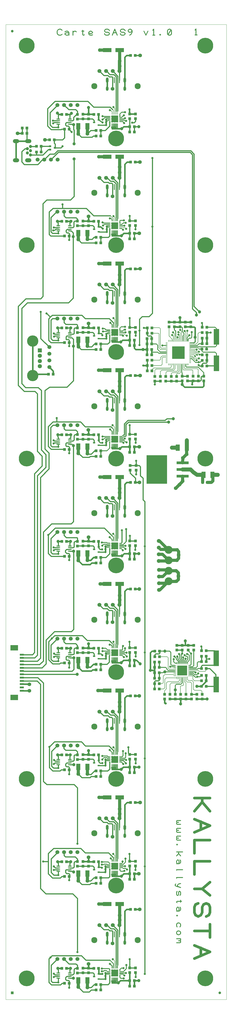
<source format=gbr>
%FSLAX33Y33*%
%MOMM*%
G04 EasyPC Gerber Version 16.0.6 Build 3249 *
%ADD94O,1.00000X1.70000*%
%ADD93O,1.00000X2.00000*%
%ADD77R,0.28000X0.80000*%
%ADD99R,0.28000X1.00000*%
%ADD92R,0.40000X2.20000*%
%ADD23R,1.00000X1.10000*%
%ADD24R,1.65000X2.40000*%
%ADD89R,2.10000X6.00000*%
%ADD87R,7.90000X10.80000*%
%ADD136R,1.00000X1.00000*%
%ADD137R,1.60000X1.60000*%
%ADD80R,2.60000X2.60000*%
%ADD101R,3.70000X3.70000*%
%ADD79R,4.70000X4.70000*%
%ADD10C,0.12000*%
%ADD72C,0.20000*%
%ADD29C,0.30000*%
%ADD28C,0.40000*%
%ADD74C,0.60000*%
%ADD13C,0.70000*%
%ADD27C,0.80000*%
%ADD18C,1.00000*%
%ADD90C,1.20000*%
%ADD102C,1.40000*%
%ADD15C,1.50000*%
%ADD73C,1.60000*%
%ADD139C,2.30000*%
%ADD88C,3.00000*%
%ADD91O,2.40000X1.50000*%
%ADD78R,0.80000X0.28000*%
%ADD100R,1.00000X0.28000*%
%ADD97R,1.45000X0.45000*%
%ADD81R,0.90000X0.60000*%
%ADD83R,0.90000X0.70000*%
%ADD70R,1.60000X0.70000*%
%ADD22R,1.10000X1.00000*%
%ADD86R,4.60000X1.10000*%
%ADD82R,3.20000X1.60000*%
%ADD71R,3.00000X2.10000*%
%ADD138C,4.30000*%
%ADD98C,6.00000*%
X0Y0D02*
D02*
D10*
X2001Y2008D02*
X86001D01*
Y372808*
X2001*
Y2008*
D02*
D13*
X42550Y11150D03*
Y12100D03*
Y13050D03*
Y51750D03*
Y52700D03*
Y53650D03*
Y92350D03*
Y93300D03*
Y94250D03*
Y132950D03*
Y133900D03*
Y134850D03*
Y173550D03*
Y174500D03*
Y175450D03*
Y214150D03*
Y215100D03*
Y216050D03*
Y254750D03*
Y255700D03*
Y256650D03*
Y295350D03*
Y296300D03*
Y297250D03*
Y335950D03*
Y336900D03*
Y337850D03*
X43500Y11150D03*
Y12100D03*
Y13050D03*
Y51750D03*
Y52700D03*
Y53650D03*
Y92350D03*
Y93300D03*
Y94250D03*
Y132950D03*
Y133900D03*
Y134850D03*
Y173550D03*
Y174500D03*
Y175450D03*
Y214150D03*
Y215100D03*
Y216050D03*
Y254750D03*
Y255700D03*
Y256650D03*
Y295350D03*
Y296300D03*
Y297250D03*
Y335950D03*
Y336900D03*
Y337850D03*
X44450Y11150D03*
Y12100D03*
Y13050D03*
Y51750D03*
Y52700D03*
Y53650D03*
Y92350D03*
Y93300D03*
Y94250D03*
Y132950D03*
Y133900D03*
Y134850D03*
Y173550D03*
Y174500D03*
Y175450D03*
Y214150D03*
Y215100D03*
Y216050D03*
Y254750D03*
Y255700D03*
Y256650D03*
Y295350D03*
Y296300D03*
Y297250D03*
Y335950D03*
Y336900D03*
Y337850D03*
X74100Y246650D03*
X74850Y247200D03*
X75800Y247300D03*
D02*
D15*
X14140Y321400D03*
X16680D03*
X18600Y242490D03*
Y245030D03*
Y247570D03*
Y250110D03*
X19220Y321400D03*
X21690Y17400D03*
Y58000D03*
Y98600D03*
Y139200D03*
Y179800D03*
Y220400D03*
Y261000D03*
Y301600D03*
Y342200D03*
X21760Y321400D03*
X24230Y17400D03*
Y58000D03*
Y98600D03*
Y139200D03*
Y179800D03*
Y220400D03*
Y261000D03*
Y301600D03*
Y342200D03*
X26770Y17400D03*
Y58000D03*
Y98600D03*
Y139200D03*
Y179800D03*
Y220400D03*
Y261000D03*
Y301600D03*
Y342200D03*
X29310Y17400D03*
Y58000D03*
Y98600D03*
Y139200D03*
Y179800D03*
Y220400D03*
Y261000D03*
Y301600D03*
Y342200D03*
X37690Y30300D03*
Y70900D03*
Y111500D03*
Y152100D03*
Y192700D03*
Y233300D03*
Y273900D03*
Y314500D03*
Y355100D03*
X40230Y30300D03*
Y70900D03*
Y111500D03*
Y152100D03*
Y192700D03*
Y233300D03*
Y273900D03*
Y314500D03*
Y355100D03*
X42770Y30300D03*
Y70900D03*
Y111500D03*
Y152100D03*
Y192700D03*
Y233300D03*
Y273900D03*
Y314500D03*
Y355100D03*
X45310Y30300D03*
Y70900D03*
Y111500D03*
Y152100D03*
Y192700D03*
Y233300D03*
Y273900D03*
Y314500D03*
Y355100D03*
X60300Y168790D03*
Y171330D03*
Y173870D03*
Y176410D03*
X60350Y157790D03*
Y160330D03*
Y162870D03*
Y165410D03*
X67473Y211850D02*
X65300D01*
X69375Y203600D02*
X72400D01*
X73450Y202550*
X70925Y211850D02*
Y214625D01*
X70950Y214650*
X73450Y202550D02*
X74850Y201550D01*
X77275*
X80727D02*
X82700D01*
D02*
D18*
X4500Y370300D03*
X73800Y78600D02*
X79800D01*
X76800D02*
Y77100D01*
X79800Y73600*
X76800Y77100D02*
X73800Y73600D01*
Y70600D02*
X79800Y68100D01*
X73800Y65600*
X76300Y69600D02*
Y66600D01*
X79800Y62600D02*
X73800D01*
Y57600*
X79800Y54600D02*
X73800D01*
Y49600*
Y44100D02*
X76800D01*
X79800Y46600*
X76800Y44100D02*
X79800Y41600D01*
X75300Y38600D02*
X74300Y38100D01*
X73800Y37100*
Y35100*
X74300Y34100*
X75300Y33600*
X76300Y34100*
X76800Y35100*
Y37100*
X77300Y38100*
X78300Y38600*
X79300Y38100*
X79800Y37100*
Y35100*
X79300Y34100*
X78300Y33600*
X73800Y28100D02*
X79800D01*
Y30600D02*
Y25600D01*
X73800Y22600D02*
X79800Y20100D01*
X73800Y17600*
X76300Y21600D02*
Y18600D01*
X83500Y4500D03*
D02*
D70*
X8150Y119425D03*
Y120675D03*
Y121925D03*
Y123175D03*
Y124425D03*
Y125675D03*
Y126925D03*
Y128175D03*
Y129425D03*
Y130675D03*
Y131925D03*
Y133175D03*
D02*
D71*
X5250Y116875D03*
Y135725D03*
D02*
D22*
X8311Y331400D03*
Y333500D03*
X10089Y331400D03*
Y333500D03*
X13711Y324300D03*
Y326500D03*
X15489Y324300D03*
Y326500D03*
X18311Y239850D03*
X18711Y329000D03*
X20089Y239850D03*
X20489Y329000D03*
X23411Y13800D03*
Y54400D03*
Y95000D03*
Y135600D03*
Y176200D03*
Y216800D03*
Y257400D03*
Y298000D03*
Y338600D03*
X24411Y8200D03*
Y48800D03*
Y89400D03*
Y130000D03*
Y170600D03*
Y211200D03*
Y251800D03*
Y292400D03*
Y333000D03*
X25189Y13800D03*
Y54400D03*
Y95000D03*
Y135600D03*
Y176200D03*
Y216800D03*
Y257400D03*
Y298000D03*
Y338600D03*
X26189Y8200D03*
Y48800D03*
Y89400D03*
Y130000D03*
Y170600D03*
Y211200D03*
Y251800D03*
Y292400D03*
Y333000D03*
X35561Y13800D03*
Y54400D03*
Y95000D03*
Y135600D03*
Y176200D03*
Y216800D03*
Y257400D03*
Y298000D03*
Y338600D03*
X36411Y5600D03*
Y7700D03*
Y46200D03*
Y48300D03*
Y86800D03*
Y88900D03*
Y127400D03*
Y129500D03*
Y168000D03*
Y170100D03*
Y208600D03*
Y210700D03*
Y249200D03*
Y251300D03*
Y289800D03*
Y291900D03*
Y330400D03*
Y332500D03*
X37339Y13800D03*
Y54400D03*
Y95000D03*
Y135600D03*
Y176200D03*
Y216800D03*
Y257400D03*
Y298000D03*
Y338600D03*
X38189Y5600D03*
Y7700D03*
Y46200D03*
Y48300D03*
Y86800D03*
Y88900D03*
Y127400D03*
Y129500D03*
Y168000D03*
Y170100D03*
Y208600D03*
Y210700D03*
Y249200D03*
Y251300D03*
Y289800D03*
Y291900D03*
Y330400D03*
Y332500D03*
X49211Y7100D03*
Y9200D03*
Y47700D03*
Y49800D03*
Y88300D03*
Y90400D03*
Y128900D03*
Y131000D03*
Y169500D03*
Y171600D03*
Y210100D03*
Y212200D03*
Y250700D03*
Y252800D03*
Y291300D03*
Y293400D03*
Y331900D03*
Y334000D03*
X49511Y36300D03*
Y76900D03*
Y117500D03*
Y158100D03*
Y198700D03*
Y239300D03*
Y279900D03*
Y320500D03*
Y361100D03*
X50989Y7100D03*
Y9200D03*
Y47700D03*
Y49800D03*
Y88300D03*
Y90400D03*
Y128900D03*
Y131000D03*
Y169500D03*
Y171600D03*
Y210100D03*
Y212200D03*
Y250700D03*
Y252800D03*
Y291300D03*
Y293400D03*
Y331900D03*
Y334000D03*
X51289Y36300D03*
Y76900D03*
Y117500D03*
Y158100D03*
Y198700D03*
Y239300D03*
Y279900D03*
Y320500D03*
Y361100D03*
X55811Y247200D03*
Y249250D03*
Y251300D03*
Y253350D03*
X55861Y241050D03*
Y243100D03*
Y245150D03*
Y255400D03*
Y257450D03*
X57589Y247200D03*
Y249250D03*
Y251300D03*
Y253350D03*
X57639Y241050D03*
Y243100D03*
Y245150D03*
Y255400D03*
Y257450D03*
X58711Y120100D03*
Y122150D03*
Y124200D03*
Y126250D03*
Y128300D03*
Y130350D03*
X58761Y132400D03*
Y134450D03*
X60489Y120100D03*
Y122150D03*
Y124200D03*
Y126250D03*
Y128300D03*
Y130350D03*
X60539Y132400D03*
Y134450D03*
X76511Y123250D03*
Y127900D03*
Y130500D03*
Y132550D03*
Y134650D03*
X76561Y121150D03*
Y125300D03*
X76711Y249350D03*
X76761Y251450D03*
Y253550D03*
Y255650D03*
Y257700D03*
X76811Y242950D03*
Y245050D03*
Y247150D03*
X77011Y198650D03*
X78289Y123250D03*
Y127900D03*
Y130500D03*
Y132550D03*
Y134650D03*
X78339Y121150D03*
Y125300D03*
X78489Y249350D03*
X78539Y251450D03*
Y253550D03*
Y255650D03*
Y257700D03*
X78589Y242950D03*
Y245050D03*
Y247150D03*
X78789Y198650D03*
D02*
D23*
X29300Y12061D03*
Y13839D03*
Y52661D03*
Y54439D03*
Y93261D03*
Y95039D03*
Y133861D03*
Y135639D03*
Y174461D03*
Y176239D03*
Y215061D03*
Y216839D03*
Y255661D03*
Y257439D03*
Y296261D03*
Y298039D03*
Y336861D03*
Y338639D03*
X31400Y12111D03*
Y13889D03*
Y52711D03*
Y54489D03*
Y93311D03*
Y95089D03*
Y133911D03*
Y135689D03*
Y174511D03*
Y176289D03*
Y215111D03*
Y216889D03*
Y255711D03*
Y257489D03*
Y296311D03*
Y298089D03*
Y336911D03*
Y338689D03*
X33500Y12111D03*
Y13889D03*
Y52711D03*
Y54489D03*
Y93311D03*
Y95089D03*
Y133911D03*
Y135689D03*
Y174511D03*
Y176289D03*
Y215111D03*
Y216889D03*
Y255711D03*
Y257489D03*
Y296311D03*
Y298089D03*
Y336911D03*
Y338689D03*
X49200Y12211D03*
Y13989D03*
Y52811D03*
Y54589D03*
Y93411D03*
Y95189D03*
Y134011D03*
Y135789D03*
Y174611D03*
Y176389D03*
Y215211D03*
Y216989D03*
Y255811D03*
Y257589D03*
Y296411D03*
Y298189D03*
Y337011D03*
Y338789D03*
X49400Y203361D03*
Y205139D03*
X51400Y12211D03*
Y13989D03*
Y52811D03*
Y54589D03*
Y93411D03*
Y95189D03*
Y134011D03*
Y135789D03*
Y174611D03*
Y176389D03*
Y215211D03*
Y216989D03*
Y255811D03*
Y257589D03*
Y296411D03*
Y298189D03*
Y337011D03*
Y338789D03*
X51650Y203311D03*
Y205089D03*
X58800Y237211D03*
Y238989D03*
X60900Y237211D03*
Y238989D03*
X62450Y116311D03*
Y118089D03*
X62950Y237211D03*
Y238989D03*
X64150Y257811D03*
Y259589D03*
X64500Y116261D03*
Y118039D03*
X65050Y237211D03*
Y238989D03*
X66250Y257811D03*
Y259589D03*
X66550Y116261D03*
Y118039D03*
X67100Y237211D03*
Y238989D03*
X67150Y134911D03*
Y136689D03*
X68300Y257811D03*
Y259589D03*
X68600Y116261D03*
Y118039D03*
X69200Y134911D03*
Y136689D03*
Y237261D03*
Y239039D03*
X70400Y257811D03*
Y259589D03*
X70650Y116261D03*
Y118039D03*
X71250Y237261D03*
Y239039D03*
X71450Y134911D03*
Y136689D03*
X72500Y257811D03*
Y259589D03*
X72700Y116311D03*
Y118089D03*
X73300Y237261D03*
Y239039D03*
X73550Y134911D03*
Y136689D03*
X74750Y116311D03*
Y118089D03*
X75350Y237261D03*
Y239039D03*
X76800Y116311D03*
Y118089D03*
X77400Y237261D03*
Y239039D03*
D02*
D24*
X29673Y9300D03*
Y49900D03*
Y90500D03*
Y131100D03*
Y171700D03*
Y212300D03*
Y252900D03*
Y293500D03*
Y334100D03*
X33125Y9300D03*
Y49900D03*
Y90500D03*
Y131100D03*
Y171700D03*
Y212300D03*
Y252900D03*
Y293500D03*
Y334100D03*
X67473Y211850D03*
X70925D03*
X77275Y201550D03*
X80727D03*
D02*
D27*
X15350Y263550D03*
X16300Y54500D03*
X17550Y262950D03*
X18200Y178700D03*
X18650Y98050D03*
X19025Y18025D03*
X19550Y139300D03*
X20000Y336250D03*
X20050Y335200D03*
X20100Y294550D03*
X20200Y173950D03*
Y213500D03*
Y214700D03*
X20300Y10500D03*
Y11850D03*
Y51300D03*
Y52650D03*
Y172850D03*
Y255300D03*
X20350Y91600D03*
Y295650D03*
X20400Y93050D03*
Y254100D03*
X20450Y132300D03*
Y133600D03*
X21400Y223150D03*
X22000Y8500D03*
Y49350D03*
Y90000D03*
Y130650D03*
Y212250D03*
Y252700D03*
Y293400D03*
Y333750D03*
X22050Y171450D03*
X23650Y304450D03*
Y326500D03*
X26200Y6450D03*
Y47400D03*
Y87700D03*
Y128200D03*
Y169150D03*
Y209800D03*
Y250500D03*
Y290900D03*
X27100Y331950D03*
X29300Y20050D03*
Y61250D03*
X38600Y52150D03*
Y54350D03*
X38650Y12750D03*
Y13750D03*
Y53300D03*
Y175800D03*
X38700Y173200D03*
X38750Y11700D03*
Y91900D03*
Y93300D03*
Y94600D03*
Y133000D03*
Y174600D03*
X38800Y213750D03*
Y254600D03*
X38850Y134500D03*
Y135550D03*
Y216100D03*
Y297550D03*
Y335550D03*
X38900Y215000D03*
Y336700D03*
Y337950D03*
X38950Y257150D03*
Y295150D03*
X39000Y256050D03*
Y296400D03*
X39900Y50400D03*
X39950Y9800D03*
Y51500D03*
Y52700D03*
Y172200D03*
X40000Y10950D03*
Y12100D03*
Y91000D03*
Y92100D03*
Y93250D03*
Y173300D03*
Y174350D03*
X40150Y131600D03*
Y132650D03*
Y133700D03*
X40200Y212800D03*
Y213800D03*
Y214800D03*
X40250Y334600D03*
Y335650D03*
Y336650D03*
X40300Y253400D03*
Y254250D03*
Y255150D03*
X40450Y293900D03*
Y294950D03*
Y296000D03*
X41550Y177850D03*
X41600Y96900D03*
Y136950D03*
X41650Y340200D03*
X41700Y15550D03*
Y299100D03*
X41750Y218800D03*
X41850Y259350D03*
X42000Y55700D03*
X42500Y8900D03*
Y49500D03*
Y90100D03*
Y130650D03*
Y171300D03*
Y211900D03*
Y252550D03*
Y293000D03*
Y333750D03*
X42700Y220450D03*
X42800Y17300D03*
X42900Y57400D03*
X42950Y179150D03*
X43000Y261150D03*
Y341450D03*
X43050Y97950D03*
Y138050D03*
Y299950D03*
X43500Y8900D03*
Y49500D03*
Y90100D03*
Y130650D03*
Y171300D03*
Y211900D03*
Y252550D03*
Y293000D03*
Y333750D03*
X46250Y180450D03*
X46500Y54500D03*
X46600Y172850D03*
X46700Y96500D03*
Y136450D03*
Y254450D03*
Y294750D03*
X46750Y91600D03*
X46800Y13950D03*
Y213700D03*
X46950Y10050D03*
X47000Y132200D03*
Y298350D03*
Y338300D03*
X47100Y335350D03*
X47150Y50900D03*
Y296300D03*
X47200Y11100D03*
X47350Y215350D03*
X47400Y52700D03*
Y135550D03*
Y337200D03*
Y339450D03*
X47450Y256750D03*
Y257850D03*
X47550Y173350D03*
Y255700D03*
X47600Y55550D03*
Y174500D03*
X47700Y95600D03*
Y297400D03*
X47800Y12100D03*
Y91850D03*
X47850Y93100D03*
Y180850D03*
Y295100D03*
Y336200D03*
X47950Y15150D03*
X48000Y133900D03*
X48050Y213900D03*
X48100Y132500D03*
Y254450D03*
X48150Y51400D03*
X48650Y97950D03*
X49150Y57400D03*
Y138050D03*
Y340600D03*
X49200Y17300D03*
Y220450D03*
Y261150D03*
Y300050D03*
X49250Y178350D03*
X50150Y335450D03*
X51350Y173050D03*
X51400Y51300D03*
Y294900D03*
X51450Y10550D03*
Y91850D03*
Y132500D03*
Y213750D03*
Y254450D03*
X51650Y201750D03*
Y206900D03*
X52950Y250950D03*
Y256450D03*
X54400Y243100D03*
X54600Y257450D03*
X54950Y11750D03*
Y52600D03*
Y93650D03*
Y133950D03*
Y174400D03*
X57850Y295950D03*
Y322000D03*
X58800Y235950D03*
X61650Y250750D03*
X62950Y114600D03*
X64600Y128600D03*
X65400Y254700D03*
X65700Y255750D03*
X65950Y131450D03*
Y246200D03*
Y247400D03*
Y248600D03*
Y249800D03*
X66250Y132450D03*
X67150Y246200D03*
Y247400D03*
Y248600D03*
Y249800D03*
X67250Y257800D03*
X67350Y132450D03*
X67400Y253850D03*
X67700Y254850D03*
X67750Y125650D03*
Y127100D03*
Y128550D03*
Y255850D03*
X68000Y133350D03*
X68350Y246200D03*
Y247400D03*
Y248600D03*
Y249800D03*
X68400Y256650D03*
X69200Y125650D03*
Y127100D03*
Y128550D03*
Y133600D03*
X69550Y132150D03*
Y246200D03*
Y247400D03*
Y248600D03*
Y249800D03*
X70100Y133000D03*
Y256250D03*
X70450Y131600D03*
X70650Y125650D03*
Y127100D03*
Y128550D03*
X71050Y133400D03*
X71150Y256350D03*
X71850Y254600D03*
X72550Y133550D03*
X72800Y255800D03*
X73000Y235950D03*
X74250Y126400D03*
X74650Y245150D03*
Y249100D03*
X74900Y124750D03*
X75250Y126000D03*
X75450Y243300D03*
Y244350D03*
X75500Y245800D03*
X75550Y248400D03*
X76500Y136250D03*
X76750Y259300D03*
X79500Y131500D03*
X80050Y255650D03*
D02*
D28*
X8150Y125675D02*
X7800D01*
X7775Y125650*
X29250*
X8150Y126925D02*
Y126900D01*
X27275*
X27950Y127575*
Y131950*
X8150Y130675D02*
X14050D01*
X15250Y131875*
Y200550*
X18500Y203800*
Y209850*
X16950Y211400*
Y233600*
X18700Y234900*
X25300*
X27800Y237400*
Y250500*
X8150Y131925D02*
X13075D01*
X14100Y132950*
Y201200*
X17300Y204400*
Y209250*
X15550Y211000*
Y233600*
X14400Y234750*
X9600*
X8100Y236250*
Y264850*
X10250Y267000*
X25950*
X27700Y268750*
Y292100*
X8150Y133175D02*
X12175D01*
X12950Y133950*
Y202000*
X15850Y204900*
Y208700*
X14050Y210500*
Y232400*
X13150Y233300*
X9050*
X6750Y235600*
Y265650*
X9650Y268550*
X15300*
X16200Y269450*
Y304700*
X17600Y306100*
X26650*
X28000Y307450*
Y321700*
X28050*
X8311Y331400D02*
Y333500D01*
X10089Y331400D02*
Y328936D01*
X10575Y328450*
X10089Y333500D02*
Y331400D01*
X11475Y326400D02*
X13611D01*
X13711Y326500*
X13700Y323200D02*
X11475D01*
X13711Y324300D02*
X13700D01*
Y323200*
X13950Y123150D02*
X8175D01*
X8150Y123175*
X14250Y124450D02*
X8175D01*
X8150Y124425*
X15350Y263550D02*
Y253360D01*
X18600Y250110*
X15489Y326500D02*
Y324300D01*
Y326500D02*
X18800D01*
X18850Y326550*
X15850Y128150D02*
X8175D01*
X8150Y128175*
X16300Y54500D02*
X18200D01*
X16680Y321400D02*
Y321350D01*
X15950*
X14200Y319600*
X9100*
X8150Y320550*
Y324450*
X9300Y325600*
X10275*
X17550Y262950D02*
X17600D01*
X19000Y261550*
X18200Y54500D02*
Y57500D01*
X20200Y59500*
X30550*
X32250Y57800*
X41150*
X43000Y55950*
X18200Y178700D02*
X20800Y181300D01*
X39550*
X42400Y178450*
X18650Y98050D02*
X20600Y100000D01*
X30800*
X32350Y98450*
X41300*
X43000Y96750*
Y96600*
X18711Y329000D02*
X16950D01*
X18850Y325250D02*
X18250D01*
X16200Y323200*
X13700*
X19000Y261550D02*
X18350Y260900D01*
Y252650*
X19200Y251800*
X24411*
X19025Y18025D02*
X19650Y18650D01*
X30800*
X32500Y16950*
X41700*
X19550Y139300D02*
X18350Y138100D01*
Y131200*
X19900Y129650*
X22500*
X22850Y130000*
X24411*
X20000Y336250D02*
X21975D01*
X20050Y335200D02*
X20100D01*
X20450Y335550*
X21975*
X20489Y329000D02*
Y327661D01*
X20800Y327350*
Y325950*
X20750Y325900*
X23050*
X23650Y326500*
X21400Y221700D02*
X20000D01*
X18200Y219900*
Y212400*
X19350Y211250*
X24361*
X24411Y211200*
X21400Y223150D02*
Y221700D01*
X21690Y220400D02*
X20000D01*
X19150Y219550*
Y212700*
X19650Y212200*
X21800*
X21850Y212250*
X22000*
X21690Y261000D02*
X19850D01*
X19200Y260350*
Y253400*
X19900Y252700*
X22000*
X21690Y301600D02*
X21400D01*
X19250Y299450*
Y294000*
X19850Y293400*
X22000*
X21690Y342200D02*
Y342090D01*
X18900Y339300*
Y334650*
X19850Y333700*
X21950*
X22000Y333750*
Y8500D02*
X19850D01*
X19350Y9000*
Y15050*
X21690Y17390*
Y17400*
X22000Y10125D02*
Y8500D01*
Y10775D02*
X20575D01*
X20300Y10500*
X22000Y11425D02*
X20725D01*
X20300Y11850*
X22000Y12075D02*
Y13650D01*
X21850Y13800*
X22000Y49350D02*
X20300D01*
X19300Y50350*
Y55460*
X21690Y57850*
Y58000*
X22000Y50725D02*
Y49350D01*
Y51375D02*
X20375D01*
X20300Y51300*
X22000Y52025D02*
X20925D01*
X20300Y52650*
X22000Y52675D02*
Y54150D01*
X21750Y54400*
X22000Y90000D02*
X20200D01*
X19500Y90700*
Y96400*
X21690Y98590*
Y98600*
X22000Y91325D02*
Y90000D01*
Y91975D02*
X20725D01*
X20350Y91600*
X22000Y92625D02*
X20825D01*
X20400Y93050*
X22000Y93275D02*
Y94800D01*
X21800Y95000*
X22000Y130650D02*
X20000D01*
X19250Y131400*
Y136760*
X21690Y139200*
X22000Y131925D02*
Y130650D01*
Y132575D02*
X20725D01*
X20450Y132300*
X22000Y133225D02*
X20825D01*
X20450Y133600*
X22000Y133875D02*
Y135500D01*
X21900Y135600*
X22000Y172525D02*
Y171600D01*
X22050Y171450*
X22000Y173175D02*
X20625D01*
X20300Y172850*
X22000Y173825D02*
X20325D01*
X20200Y173950*
X22000Y174475D02*
Y176100D01*
X21900Y176200*
X22000Y213125D02*
Y212250D01*
Y213775D02*
X20475D01*
X20200Y213500*
X22000Y214425D02*
X20475D01*
X20200Y214700*
X22000Y215075D02*
X22050D01*
Y215750*
X21850Y215950*
Y216800*
X22000Y253725D02*
Y252700D01*
Y254375D02*
X20675D01*
X20400Y254100*
X22000Y255025D02*
X20575D01*
X20300Y255300*
X22000Y255675D02*
Y257200D01*
X21800Y257400*
X22000Y294325D02*
Y293400D01*
Y294975D02*
Y295000D01*
X21050*
X20625Y294575*
X20100*
Y294550*
X22000Y295625D02*
X20375D01*
X20350Y295650*
X22000Y296275D02*
X21900D01*
Y297700*
X21700Y297900*
Y298000*
X22000Y334925D02*
Y333750D01*
Y336875D02*
Y338900D01*
X21950*
X21700Y339150*
X22050Y171450D02*
X19850D01*
X19200Y172100*
Y177310*
X21690Y179800*
X23411Y257400D02*
X21800D01*
X23650Y302900D02*
X19950D01*
X18550Y301500*
Y292950*
X19100Y292400*
X24411*
X23650Y304450D02*
Y302900D01*
X24411Y8200D02*
X23500D01*
X22850Y7550*
X19400*
X18450Y8500*
Y17450*
X19025Y18025*
X24411Y48800D02*
X23350D01*
X22800Y48250*
X19800*
X18200Y49850*
Y54500*
X24411Y89400D02*
X23150D01*
X22700Y88950*
X19900*
X18650Y90200*
Y98050*
X24411Y170600D02*
X19300D01*
X18200Y171700*
Y178700*
X24411Y333000D02*
Y329761D01*
X23600Y328950*
X20539*
X20489Y329000*
X25189Y257400D02*
X26750D01*
X26189Y8200D02*
Y6461D01*
X26200Y6450*
X26189Y48800D02*
Y47411D01*
X26200Y47400*
X26189Y89400D02*
Y87711D01*
X26200Y87700*
X26189Y130000D02*
Y128211D01*
X26200Y128200*
X26189Y170600D02*
Y169161D01*
X26200Y169150*
X26189Y211200D02*
Y209811D01*
X26200Y209800*
X26189Y251800D02*
Y250511D01*
X26200Y250500*
X26189Y292400D02*
Y290911D01*
X26200Y290900*
X26189Y333000D02*
Y332861D01*
X27100Y331950*
X26189Y333000D02*
Y333861D01*
X25850Y334200*
X25150*
X24800Y334550*
Y335200*
X25150Y335550*
X26375*
X26400Y335575*
Y10125D02*
X27775D01*
X27800Y10100*
X26400Y10775D02*
X25225D01*
X24850Y10400*
Y9600*
X25200Y9250*
X25900*
X26150Y9000*
Y8239*
X26189Y8200*
X26400Y11425D02*
X27525D01*
X28000Y11900*
Y13450*
X28400Y13850*
X29239*
X29250Y13839*
X29300*
X26400Y12075D02*
Y13550D01*
X26650Y13800*
X26400Y50725D02*
X27625D01*
X27850Y50500*
X26400Y51375D02*
X25025D01*
X24800Y51150*
Y50300*
X25150Y49950*
X26000*
X26300Y49650*
Y48911*
X26189Y48800*
X26400Y52025D02*
X27625D01*
X28000Y52400*
Y54100*
X28350Y54450*
X29289*
X29300Y54439*
X26400Y52675D02*
Y54050D01*
X26750Y54400*
X26400Y91325D02*
X27925D01*
X27950Y91350*
X26400Y91975D02*
X25275D01*
X24850Y91550*
Y90900*
X25200Y90550*
X25950*
X26200Y90300*
Y89411*
X26189Y89400*
X26400Y92625D02*
X27675D01*
X28050Y93000*
Y94750*
X28300Y95000*
X29261*
X29300Y95039*
X26400Y93275D02*
X26450D01*
Y94800*
X26600Y94950*
Y95000*
X26400Y131925D02*
X27925D01*
X27950Y131950*
X26400Y132575D02*
X25275D01*
X24950Y132250*
Y131400*
X25250Y131100*
X26000*
X26250Y130850*
Y130061*
X26189Y130000*
X26400Y133225D02*
X27725D01*
X28000Y133500*
Y135300*
X28350Y135650*
X29289*
X29300Y135639*
X26400Y133875D02*
Y135250D01*
X26750Y135600*
X26400Y172525D02*
X27875D01*
X27900Y172500*
X26400Y173175D02*
X25125D01*
X24750Y172800*
Y172150*
X25250Y171650*
X26000*
X26250Y171400*
Y170661*
X26189Y170600*
X26400Y173825D02*
X27725D01*
X28000Y174100*
Y175900*
X28350Y176250*
X29289*
X29300Y176239*
X26400Y174475D02*
Y175950D01*
X26650Y176200*
X26400Y213125D02*
X27275D01*
X27750Y212650*
X26400Y213775D02*
X25175D01*
X24900Y213500*
Y212650*
X25150Y212400*
X25900*
X26250Y212050*
Y211261*
X26189Y211200*
X26400Y214425D02*
X27625D01*
X28000Y214800*
Y216450*
X28400Y216850*
X29289*
X29300Y216839*
X26400Y215075D02*
X26450D01*
Y215500*
X26750Y215800*
Y216800*
X26400Y253725D02*
X27225D01*
X27800Y253150*
Y250500*
X26400Y254375D02*
X25275D01*
X24950Y254050*
Y253150*
X25100Y253000*
X25900*
X26150Y252750*
Y251911*
X26189Y251872*
Y251800*
X26400Y255025D02*
X27725D01*
X28000Y255300*
Y257100*
X28300Y257400*
X29261*
X29300Y257439*
X26400Y255675D02*
Y257050D01*
X26750Y257400*
X26400Y294325D02*
X26925D01*
X27700Y293550*
Y292100*
X26400Y294975D02*
X25375D01*
X24950Y294550*
Y294000*
X25350Y293600*
X25900*
X26250Y293250*
Y292600*
X26189Y292539*
Y292400*
X26400Y295625D02*
X27625D01*
X27950Y295950*
Y297700*
X28300Y298050*
X29289*
X29300Y298039*
X26400Y296275D02*
Y297550D01*
X26850Y298000*
X26400Y334925D02*
X27725D01*
X27900Y334750*
X26400Y336875D02*
Y338450D01*
X27000Y339050*
X27750Y212650D02*
Y183750D01*
X26950Y182950*
X19500*
X16350Y179800*
Y130800*
X14950Y129400*
X8175*
X8150Y129425*
X27900Y172500D02*
Y142800D01*
X27050Y141950*
X20550*
X17350Y138750*
Y129650*
X15850Y128150*
X27900Y334750D02*
Y332850D01*
X28050Y332700*
Y327450*
X29300Y13839D02*
Y15000D01*
X28750Y15550*
X26080*
X24230Y17400*
X29300Y20050D02*
X29310Y40440D01*
X27550Y42200*
X17300*
X15250Y44250*
Y121850*
X13950Y123150*
X29300Y54439D02*
Y55400D01*
X28450Y56250*
X24750*
X24250Y56750*
Y57980*
X24230Y58000*
X29300Y61250D02*
X29310Y82490D01*
X28050Y83750*
X17600*
X16350Y85000*
Y122350*
X14250Y124450*
X29300Y95039D02*
Y96200D01*
X28700Y96800*
X24800*
X24150Y97450*
Y98520*
X24230Y98600*
X29300Y135639D02*
Y136650D01*
X28600Y137350*
X24850*
X24150Y138050*
Y139120*
X24230Y139200*
X29300Y176239D02*
Y177450D01*
X29100Y177650*
X25100*
X24250Y178500*
Y179780*
X24230Y179800*
X29300Y216839D02*
Y218000D01*
X28750Y218550*
X24750*
X24200Y219100*
Y220370*
X24230Y220400*
X29300Y257439D02*
Y258500D01*
X29000Y258800*
X24900*
X24200Y259500*
Y260970*
X24230Y261000*
X29300Y298039D02*
Y298850D01*
X28800Y299350*
X24900*
X24250Y300000*
Y301580*
X24230Y301600*
X29300Y338639D02*
Y339800D01*
X28650Y340450*
X25980*
X24230Y342200*
X29300Y338639D02*
X28939D01*
X27850Y337550*
Y336600*
X27500Y336250*
X26425*
X26400Y336225*
X31400Y12111D02*
X29350D01*
X29300Y12061*
X31400Y52711D02*
X29350D01*
X29300Y52661*
X31400Y93311D02*
X29350D01*
X29300Y93261*
X31400Y133911D02*
X29350D01*
X29300Y133861*
X31400Y174511D02*
X29350D01*
X29300Y174461*
X31400Y215111D02*
X29350D01*
X29300Y215061*
X31400Y255711D02*
X29350D01*
X29300Y255661*
X31400Y296311D02*
X29350D01*
X29300Y296261*
X31400Y336911D02*
X29350D01*
X29300Y336861*
X33500Y12111D02*
X31400D01*
X33500Y52711D02*
X31400D01*
X33500Y93311D02*
X31400D01*
X33500Y133911D02*
X31400D01*
X33500Y174511D02*
X31400D01*
X33500Y215111D02*
X31400D01*
X33500Y255711D02*
X31400D01*
X33500Y296311D02*
X31400D01*
X33500Y336911D02*
X31400D01*
X35472Y338689D02*
X35561Y338600D01*
X35650Y10750D02*
Y11700D01*
X35200Y12150*
X33539*
X33500Y12111*
X35650Y51350D02*
Y52250D01*
X35150Y52750*
X33539*
X33500Y52711*
X35650Y91950D02*
Y93000D01*
X35250Y93400*
X33589*
X33500Y93311*
X35650Y132550D02*
Y133500D01*
X35200Y133950*
X33539*
X33500Y133911*
X35650Y173150D02*
Y174150D01*
X35300Y174500*
X33511*
X33500Y174511*
X35650Y213750D02*
Y214700D01*
X35200Y215150*
X33539*
X33500Y215111*
X35650Y254350D02*
Y255250D01*
X35150Y255750*
X33539*
X33500Y255711*
X35650Y294950D02*
Y295850D01*
X35150Y296350*
X33539*
X33500Y296311*
X35650Y335550D02*
Y336350D01*
X35100Y336900*
X33511*
X33500Y336911*
X36411Y5600D02*
Y5650D01*
X34550*
X33750Y4850*
X31500*
X29650Y6700*
X36411Y7700D02*
X35650D01*
X34550Y6600*
X33150*
X36411Y46200D02*
X34450D01*
X34050Y45800*
X31000*
X29650Y47150*
X36411Y48300D02*
X35550D01*
X34350Y47100*
X33200*
X33150Y47150*
X36411Y86800D02*
X34500D01*
X34100Y86400*
X31000*
X29650Y87750*
X36411Y88900D02*
X35800D01*
X34450Y87550*
X33300*
X33100Y87750*
X36411Y208600D02*
X34200D01*
X33800Y208200*
X31350*
X29850Y209700*
X29650*
X36411Y210700D02*
X35800D01*
X34550Y209450*
X33200*
X33100Y209550*
X36411Y249200D02*
X30700D01*
X29700Y250200*
X36411Y251300D02*
X35750D01*
X34700Y250250*
X33350*
X33150Y250450*
X36411Y289800D02*
X30850D01*
X29650Y291000*
X36411Y291900D02*
X35600D01*
X34850Y291150*
X33100*
X36411Y330400D02*
X35300D01*
X34900Y330000*
X30800*
X29650Y331150*
X36411Y332500D02*
X34400D01*
X33150Y331250*
X37339Y296011D02*
X37450Y295900D01*
X37339Y336611D02*
X37450Y336500D01*
Y9800D02*
X39950D01*
X37450Y50400D02*
X39900D01*
X37450Y52300D02*
X38450D01*
X38600Y52150*
X37450Y91000D02*
X40000D01*
X37450Y92900D02*
Y92400D01*
X37950Y91900*
X38750*
X37450Y131600D02*
X40150D01*
X37450Y133500D02*
X38250D01*
X38750Y133000*
X37450Y172200D02*
X39950D01*
X37450Y174100D02*
Y173700D01*
X37950Y173200*
X38700*
X37450Y212800D02*
X40200D01*
X37450Y214700D02*
Y214350D01*
X38050Y213750*
X38800*
X37450Y216689D02*
X37339Y216800D01*
X37450Y253400D02*
X40300D01*
X37450Y255300D02*
X38500D01*
X38750Y254600*
X38800*
X37450Y334600D02*
X40250D01*
X37450Y336500D02*
X38850Y335600D01*
Y335550*
X38189Y5600D02*
Y7700D01*
X41000*
X41600Y8300*
Y10900*
X38189Y46200D02*
Y48300D01*
Y86800D02*
Y88900D01*
Y127400D02*
Y129500D01*
X40600*
X41450Y130350*
Y132650*
X38189Y168000D02*
Y170100D01*
X40100*
X41550Y171550*
Y173300*
X38189Y210700D02*
Y208600D01*
Y251300D02*
Y249200D01*
Y289800D02*
Y291900D01*
Y332500D02*
Y330400D01*
X38239Y332550D02*
X39900D01*
X41550Y334200*
Y335750*
X40450Y293900D02*
X37550D01*
X37450Y294000*
X40450Y296000D02*
Y295800D01*
X41550Y51550D02*
Y48700D01*
X41150Y48300*
X38189*
X41550Y92150D02*
Y89600D01*
X40850Y88900*
X38189*
X41550Y254600D02*
Y252000D01*
X40850Y251300*
X38189*
X41550Y295150D02*
Y292400D01*
X41050Y291900*
X38189*
X41800Y300100D02*
X35450D01*
X32650Y302900*
X23650*
X42350Y137600D02*
X41400Y138550D01*
X33050*
X31150Y140450*
X20700*
X19550Y139300*
X42500Y219400D02*
X42050Y219850D01*
X32300*
X30450Y221700*
X21400*
X42550Y335950D02*
X43500D01*
X42550Y336900D02*
Y335950D01*
Y337850D02*
Y336900D01*
X42650Y340500D02*
X41750Y341400D01*
X35500*
X33250Y343650*
X20750*
X17950Y340850*
Y334200*
X19300Y332850*
X23100*
X23300Y333050*
X24361*
X42700Y26825D02*
Y27950D01*
X42500Y28150*
X41600*
X41150Y28600*
X39390*
X37690Y30300*
X42700Y26825D02*
Y23300D01*
Y67425D02*
Y68550D01*
X42400Y68850*
X41100*
X40600Y69350*
X39240*
X37690Y70900*
X42700Y67425D02*
Y63850D01*
Y108025D02*
Y108900D01*
X42250Y109350*
X41550*
X41000Y109900*
X39290*
X37690Y111500*
X42700Y108025D02*
Y105350D01*
X42450Y105100*
X42700Y148625D02*
Y149800D01*
X42500Y150000*
X41300*
X40650Y150650*
X39140*
X37690Y152100*
X42700Y148625D02*
Y145500D01*
Y189225D02*
Y190350D01*
X42450Y190600*
X41300*
X40900Y191000*
X39390*
X37690Y192700*
X42700Y189225D02*
Y185850D01*
Y229825D02*
Y230900D01*
X42400Y231200*
X41400*
X41000Y231600*
X39390*
X37690Y233300*
X42700Y229825D02*
Y226200D01*
Y270425D02*
Y271550D01*
X42500Y271750*
X41450*
X41000Y272200*
X39390*
X37690Y273900*
X42700Y270425D02*
Y266950D01*
Y311025D02*
Y312150D01*
X42400Y312450*
X41400*
X41050Y312800*
X39390*
X37690Y314500*
X42700Y311025D02*
Y307450D01*
Y351625D02*
Y352750D01*
X42550Y352900*
X41450*
X40900Y353450*
X39340*
X37690Y355100*
X42700Y351625D02*
Y348350D01*
X43000Y10150D02*
Y8350D01*
Y50750D02*
Y48900D01*
Y91350D02*
Y89550D01*
Y131950D02*
Y130100D01*
Y172550D02*
Y170700D01*
Y213150D02*
Y211500D01*
Y253750D02*
Y252550D01*
Y259400D02*
X41400Y261000D01*
X32250*
X31000Y262250*
X19700*
X19000Y261550*
X43000Y294350D02*
Y292500D01*
Y334950D02*
Y333200D01*
X43500Y10150D02*
Y8900D01*
Y50750D02*
Y49500D01*
Y91350D02*
Y90100D01*
Y131950D02*
Y130650D01*
Y172550D02*
Y171300D01*
Y213150D02*
Y211900D01*
Y253750D02*
Y252550D01*
Y294350D02*
Y293000D01*
Y334950D02*
Y333750D01*
Y335950D02*
Y336900D01*
Y337850*
X44450*
X44000Y10150D02*
Y8350D01*
Y26825D02*
Y15350D01*
Y26825D02*
Y28100D01*
X43150Y28950*
X42030*
X40680Y30300*
X40230*
X44000Y50750D02*
Y48900D01*
Y67425D02*
Y55850D01*
Y67425D02*
Y68700D01*
X43100Y69600*
X41500*
X40950Y70150*
Y70180*
X40230Y70900*
X44000Y91350D02*
Y89550D01*
Y108025D02*
Y96500D01*
Y108025D02*
Y109350D01*
X43150Y110200*
X41880*
X40580Y111500*
X40230*
X44000Y131950D02*
Y130100D01*
Y148625D02*
Y137250D01*
Y148625D02*
Y149850D01*
X43050Y150800*
X41680*
X40380Y152100*
X40230*
X44000Y172550D02*
Y170700D01*
Y177350D02*
Y189225D01*
Y190500*
X43150Y191350*
X41830*
X40480Y192700*
X40230*
X44000Y213150D02*
Y211500D01*
Y218200D02*
Y229825D01*
Y231050*
X43100Y231950*
X41980*
X40630Y233300*
X40230*
X44000Y253750D02*
Y252100D01*
Y258900D02*
Y270425D01*
Y271700*
X43000Y272700*
X41680*
X40480Y273900*
X40230*
X44000Y294350D02*
Y292500D01*
Y299300D02*
Y311025D01*
Y312300*
X43050Y313250*
X41880*
X40630Y314500*
X40230*
X44000Y334950D02*
Y333200D01*
Y339900D02*
Y351625D01*
Y353000*
X43200Y353800*
X41680*
X40380Y355100*
X40230*
X44450Y336900D02*
Y335950D01*
Y337850D02*
Y336900D01*
X44650Y26825D02*
Y15200D01*
Y26825D02*
Y28420D01*
X42770Y30300*
X44650Y67425D02*
Y55700D01*
Y67425D02*
Y69020D01*
X42770Y70900*
X44650Y108025D02*
Y96300D01*
Y108025D02*
Y109620D01*
X42770Y111500*
X44650Y148625D02*
Y137100D01*
Y148625D02*
Y150220D01*
X42770Y152100*
X44650Y189225D02*
Y177500D01*
Y189225D02*
Y190820D01*
X42770Y192700*
X44650Y229825D02*
Y231420D01*
X42770Y233300*
X44650Y229825D02*
Y218050D01*
Y258400D02*
Y270425D01*
Y272020*
X42770Y273900*
X44650Y299050D02*
Y311025D01*
Y312600*
X42770Y314480*
Y314500*
X44650Y351625D02*
Y353220D01*
X42770Y355100*
X44650Y351625D02*
X44600D01*
Y340000*
X45300Y26825D02*
Y30290D01*
X45310Y30300*
X45300Y67425D02*
Y70890D01*
X45310Y70900*
X45300Y108025D02*
Y111490D01*
X45310Y111500*
X45300Y189225D02*
Y192690D01*
X45310Y192700*
X45300Y229825D02*
Y233290D01*
X45310Y233300*
X45300Y270425D02*
Y273890D01*
X45310Y273900*
X45300Y311025D02*
Y314490D01*
X45310Y314500*
X45300Y351625D02*
Y355090D01*
X45310Y152100D02*
Y148635D01*
X45300Y148625*
X46250Y180450D02*
Y176000D01*
X47325Y67425D02*
Y64275D01*
X47800Y216350D02*
Y220700D01*
X48750Y221650*
X64000*
X47850Y180850D02*
Y176300D01*
X48650Y97950D02*
Y95739D01*
X49200Y95189*
X49150Y57400D02*
Y54739D01*
X49200Y54689*
Y54589*
X49150Y138050D02*
Y135989D01*
X49200Y135939*
Y135789*
X49161Y9150D02*
X49211Y9200D01*
X49161Y90350D02*
X49211Y90400D01*
X49161Y171550D02*
X49211Y171600D01*
X49200Y17300D02*
Y13989D01*
Y135789D02*
X51400D01*
X49200Y176389D02*
X51400D01*
X49200Y220450D02*
Y217139D01*
Y261150D02*
Y257589D01*
Y296411D02*
Y293411D01*
X49211Y293400*
X49200Y298189D02*
X51400D01*
X49200Y300050D02*
Y298189D01*
Y337011D02*
Y334011D01*
X49211Y334000*
Y52800D02*
X49200Y52811D01*
X49211Y293400D02*
Y291300D01*
Y331900D02*
Y334000D01*
X49250Y178350D02*
Y176439D01*
X49200Y176389*
X49400Y203361D02*
Y202250D01*
X51400Y200250*
Y198811*
X51289Y198700*
X49400Y205139D02*
X51600D01*
X51650Y205089*
X49461Y279950D02*
X49511Y279900D01*
X50989Y293400D02*
Y291300D01*
Y331900D02*
Y334000D01*
X52700*
X51289Y361100D02*
X53150D01*
X51350Y173050D02*
Y174561D01*
X51400Y174611*
Y13989D02*
X49200D01*
X51400Y51300D02*
Y52811D01*
Y54589D02*
X49200D01*
X51400Y95189D02*
X49200D01*
X51400Y216989D02*
X49200D01*
X51400Y257589D02*
X49200D01*
X51400Y294900D02*
Y296411D01*
Y337011D02*
Y336000D01*
X50850Y335450*
X50150*
X51450Y10550D02*
Y12111D01*
X51400Y12161*
Y12211*
X51450Y91850D02*
Y93261D01*
X51400Y93311*
Y93411*
X51450Y132500D02*
Y133861D01*
X51400Y133911*
Y134011*
X51450Y213750D02*
Y215161D01*
X51400Y215211*
X51450Y254450D02*
Y255761D01*
X51400Y255811*
X51650Y203311D02*
Y201750D01*
Y205089D02*
X52811D01*
X53300Y204600*
Y201200*
X54250Y200250*
Y192050*
X54950Y191350*
Y174400*
X51650Y206900D02*
Y205089D01*
X52950Y250950D02*
Y256450D01*
Y260750*
X53950Y261750*
X56600*
X57850Y263000*
Y295950*
X53100Y279900D02*
X53150Y279950D01*
X54950Y52600D02*
Y11750D01*
Y93650D02*
Y52600D01*
Y133950D02*
Y93650D01*
Y174400D02*
Y133950D01*
X55861Y241050D02*
Y243100D01*
Y245150D02*
Y243100D01*
Y255400D02*
Y257450D01*
X54600*
X57589Y247200D02*
X57600D01*
X57589Y251300D02*
Y253350D01*
Y254061*
X57300Y254350*
X56100*
X55850Y254600*
Y255389*
X55861Y255400*
X57600Y249250D02*
X57589D01*
X57850Y295950D02*
Y322000D01*
X58711Y122150D02*
Y120100D01*
X58761Y132400D02*
Y133111D01*
X59100Y133450*
X60350*
X60600Y133700*
Y134389*
X60539Y134450*
X58800Y237211D02*
Y235950D01*
X60489Y124200D02*
Y123489D01*
X60200Y123200*
X58950*
X58700Y122950*
Y122161*
X58711Y122150*
X60489Y124200D02*
Y126250D01*
Y130350D02*
Y128300D01*
X60900Y237211D02*
X58800D01*
X62950D02*
Y237200D01*
X65050*
Y237211*
X65800Y222900D02*
X63350D01*
X62700Y222250*
X48500*
X47200Y220950*
Y216850*
X47050Y216700*
X46850*
X65950Y247400D02*
Y246200D01*
Y248600D02*
Y247400D01*
Y249800D02*
Y248600D01*
X67100Y237211D02*
X69150D01*
X69200Y237261*
X67100Y237211D02*
X65050D01*
X67150Y134911D02*
X69200D01*
X67150Y246200D02*
Y247400D01*
Y248600*
Y249800*
X65950*
X68350Y246200D02*
X67150D01*
X68350Y247400D02*
Y246200D01*
Y248600D02*
Y247400D01*
Y249800D02*
X69550D01*
X68350D02*
Y248600D01*
X69550Y247400D02*
Y246200D01*
Y248600D02*
Y247400D01*
Y249800D02*
Y248600D01*
X71250Y239039D02*
X69200D01*
X73600Y251750D02*
X74050Y252200D01*
Y253900*
X74600Y262300D02*
Y263250D01*
X73100Y264750*
Y323300*
X72200Y324200*
X22000*
X19220Y321420*
Y321400*
X74750Y118089D02*
X72700D01*
X75350Y237261D02*
X76061D01*
X76350Y237550*
Y238800*
X76550Y239000*
X77361*
X77400Y239039*
X75750Y263550D02*
X73700Y265600D01*
Y323550*
X72450Y324800*
X21750*
X20500Y323550*
X18780*
X16680Y321450*
Y321400*
X76511Y132550D02*
Y130500D01*
Y134650D02*
Y136250D01*
X76500*
X76761Y257700D02*
Y259289D01*
X76750Y259300*
X76811Y242950D02*
Y243711D01*
X77150Y244050*
X78400*
X78600Y244250*
Y245039*
X78589Y245050*
X76811Y242950D02*
X75800D01*
X75450Y243300*
X78289Y127900D02*
X79650D01*
X81950Y125600*
Y121950*
X82150Y121750*
X78289Y130500D02*
X78350D01*
Y131500*
X79500*
X78289Y132550D02*
Y130500D01*
Y134650D02*
X79700D01*
X78339Y121150D02*
X81550D01*
X82150Y121750*
X78539Y255650D02*
X80050D01*
X78589Y242950D02*
Y243000D01*
X81200*
X82200Y244000*
X82250*
X79700Y134650D02*
X81500D01*
X82100Y134050*
Y131800*
X82150Y131750*
Y129650D02*
Y131750D01*
Y129650D02*
X81650Y129150D01*
X76900*
X76450Y128700*
Y127961*
X76511Y127900*
D02*
D29*
X23475Y369138D02*
X23288Y368950D01*
X22913Y368763*
X22350*
X21975Y368950*
X21788Y369138*
X21600Y369513*
Y370263*
X21788Y370638*
X21975Y370825*
X22350Y371013*
X22913*
X23288Y370825*
X23475Y370638*
X24600Y370075D02*
X24975Y370263D01*
X25538*
X25913Y370075*
X26100Y369700*
Y369138*
X25913Y368950*
X25538Y368763*
X25163*
X24788Y368950*
X24600Y369138*
Y369325*
X24788Y369513*
X25163Y369700*
X25538*
X25913Y369513*
X26100Y369325*
Y369138D02*
Y368763D01*
X27600D02*
Y370263D01*
Y369700D02*
X27788Y370075D01*
X28163Y370263*
X28538*
X28913Y370075*
X30975Y370263D02*
X31725D01*
X31350Y370638D02*
Y368950D01*
X31538Y368763*
X31725*
X31913Y368950*
X35100D02*
X34913Y368763D01*
X34538*
X34163*
X33788Y368950*
X33600Y369325*
Y369888*
X33788Y370075*
X34163Y370263*
X34538*
X34913Y370075*
X35100Y369888*
Y369700*
X34913Y369513*
X34538Y369325*
X34163*
X33788Y369513*
X33600Y369700*
X39600Y369325D02*
X39788Y368950D01*
X40163Y368763*
X40913*
X41288Y368950*
X41475Y369325*
X41288Y369700*
X40913Y369888*
X40163*
X39788Y370075*
X39600Y370450*
X39788Y370825*
X40163Y371013*
X40913*
X41288Y370825*
X41475Y370450*
X42600Y368763D02*
X43538Y371013D01*
X44475Y368763*
X42975Y369700D02*
X44100D01*
X45600Y369325D02*
X45788Y368950D01*
X46163Y368763*
X46913*
X47288Y368950*
X47475Y369325*
X47288Y369700*
X46913Y369888*
X46163*
X45788Y370075*
X45600Y370450*
X45788Y370825*
X46163Y371013*
X46913*
X47288Y370825*
X47475Y370450*
X49163Y368763D02*
X49538Y368950D01*
X49913Y369325*
X50100Y369888*
Y370450*
X49913Y370825*
X49538Y371013*
X49163*
X48788Y370825*
X48600Y370450*
X48788Y370075*
X49163Y369888*
X49538*
X49913Y370075*
X50100Y370450*
X54600Y370263D02*
X55350Y368763D01*
X56100Y370263*
X57975Y368763D02*
X58725D01*
X58350D02*
Y371013D01*
X57975Y370638*
X60788Y368763D02*
X60975Y368950D01*
X60788Y369138*
X60600Y368950*
X60788Y368763*
X63788Y368950D02*
X64163Y368763D01*
X64538*
X64913Y368950*
X65100Y369325*
Y370450*
X64913Y370825*
X64538Y371013*
X64163*
X63788Y370825*
X63600Y370450*
Y369325*
X63788Y368950*
X64913Y370825*
X38600Y54350D02*
X41050D01*
X41450Y53950*
Y53800*
X41550Y53700*
X38650Y12750D02*
X39250D01*
X39500Y13000*
X40350*
X40750Y12600*
X41550*
X38650Y13750D02*
X41350D01*
X41550Y13550*
X38650Y53300D02*
X39250D01*
X39450Y53500*
X40400*
X40700Y53200*
X41550*
X38650Y175800D02*
X40500D01*
X40750Y175550*
X41550*
Y175500*
X38750Y93300D02*
Y93350D01*
X39450Y94050*
X40450*
X40700Y93800*
X41550*
X38750Y94600D02*
X40700D01*
X41000Y94300*
X41550*
X38750Y174600D02*
X39250Y175100D01*
X40500*
X40600Y175000*
X41550*
X38850Y135550D02*
X40150D01*
X40800Y134900*
X41550*
X38850Y216100D02*
X41550D01*
X38900Y215000D02*
X39200D01*
X39800Y215600*
X41550*
X38950Y257150D02*
X39700D01*
X40150Y256700*
X41550*
X39000Y256050D02*
X40450D01*
X40600Y256200*
X41550*
X39000Y296400D02*
X39150D01*
X39550Y296800*
X41550*
X39950Y52700D02*
X41550D01*
X40000Y12100D02*
X41550D01*
X40000Y93200D02*
X40100Y93300D01*
X41550*
X40000Y174250D02*
Y174300D01*
X40200Y174500*
X41550*
X40200Y133750D02*
X40350Y133900D01*
X41550*
X40300Y255150D02*
Y255300D01*
X40600*
X41450Y132650D02*
Y132800D01*
X41550Y132900*
Y11600D02*
X40000D01*
X41550Y13550D02*
Y13100D01*
Y51700D02*
Y51550D01*
Y52200D02*
X39950D01*
X41550Y92300D02*
Y92150D01*
Y92800D02*
X40000D01*
X41550Y133400D02*
X40150D01*
X41550Y134400D02*
X40500D01*
X40400Y134500*
X38850*
X41550Y173300D02*
Y173500D01*
Y174000D02*
X40000D01*
X41550Y213950D02*
Y211700D01*
X40550Y210700*
X38189*
X41550Y214600D02*
X41000D01*
X40200Y213800*
X41550Y215100D02*
X40500D01*
X40200Y214800*
X41550Y255200D02*
X40350D01*
X40300Y255150*
X41550Y255700D02*
X41000D01*
X40600Y255300*
X41550Y295800D02*
X40650D01*
X40450Y296000*
X41550Y296300D02*
X40750D01*
X40450Y296000*
X41550Y297300D02*
X39100D01*
X38850Y297550*
X41550Y335750D02*
Y335900D01*
Y336400D02*
X41000D01*
X40250Y335650*
X41550Y336900D02*
X40250D01*
Y336700*
X41550Y337400D02*
X39700D01*
X39000Y336700*
X41550Y337900D02*
X38900D01*
X41600Y10900D02*
Y11050D01*
X41550Y11100*
X41700Y16950D02*
X43000Y15650D01*
Y14050*
X42400Y178450D02*
X43000Y177850D01*
Y176450*
X42500Y10150D02*
Y8900D01*
Y14050D02*
Y14750D01*
X41700Y15550*
X42500Y50750D02*
Y49500D01*
Y54650D02*
Y55200D01*
X42000Y55700*
X42500Y91350D02*
Y90100D01*
Y95250D02*
Y96000D01*
X41600Y96900*
X42500Y131950D02*
Y130650D01*
Y135850D02*
Y136500D01*
X42100Y136900*
X41600*
Y136950*
X42500Y172550D02*
Y171300D01*
Y176450D02*
Y176900D01*
X41550Y177850*
X42500Y213150D02*
Y211900D01*
Y217050D02*
Y218050D01*
X41750Y218800*
X42500Y253750D02*
Y252550D01*
Y257650D02*
Y258700D01*
X41850Y259350*
X42500Y294350D02*
Y293000D01*
Y298250D02*
Y298700D01*
X42100Y299100*
X41700*
X42500Y334950D02*
Y333750D01*
X43000Y55950D02*
Y54650D01*
Y96600D02*
Y95250D01*
Y135850D02*
Y136950D01*
X42350Y137600*
X43000Y217050D02*
Y218900D01*
X42500Y219400*
X43000Y257650D02*
Y259400D01*
X44000Y15350D02*
Y14050D01*
Y55850D02*
Y54650D01*
Y96500D02*
Y95250D01*
Y137250D02*
Y135850D01*
Y176450D02*
Y177350D01*
Y217050D02*
Y218200D01*
Y257650D02*
Y258900D01*
Y298250D02*
Y299300D01*
X44500Y10150D02*
Y8700D01*
X44850Y8350*
X44500Y50750D02*
Y48900D01*
Y91350D02*
Y89550D01*
Y131950D02*
Y130100D01*
Y172550D02*
Y170700D01*
Y213150D02*
Y211500D01*
Y252100D02*
Y253750D01*
Y257650D02*
Y258250D01*
X44650Y258400*
X44500Y294350D02*
Y292500D01*
Y298250D02*
Y298900D01*
X44650Y299050*
X44500Y334950D02*
Y333200D01*
X44650Y15200D02*
Y14850D01*
X44500Y14700*
Y14050*
X44650Y55700D02*
Y55450D01*
X44500Y55300*
Y54650*
X44650Y96300D02*
Y96100D01*
X44500Y95950*
Y95250*
X44650Y137100D02*
Y136700D01*
X44500Y136550*
Y135850*
X44650Y177500D02*
Y177250D01*
X44500Y177100*
Y176450*
X44650Y218050D02*
Y217900D01*
X44500Y217750*
Y217050*
X45450Y11100D02*
Y10450D01*
X45850Y10050*
X46950*
X45450Y11600D02*
X46700D01*
X47200Y11100*
X45450Y12100D02*
X47800D01*
X45450Y13100D02*
Y13400D01*
X46000Y13950*
X45450Y51700D02*
Y51150D01*
X45850Y50750*
X47000*
X47150Y50900*
X45450Y52200D02*
X46400D01*
X46750Y51850*
X47650*
X48100Y51400*
X48150*
X45450Y52700D02*
X47400D01*
X45450Y92300D02*
X46050D01*
X46750Y91600*
X45450Y92800D02*
X46850D01*
X47800Y91850*
X45450Y93300D02*
X47650D01*
X47850Y93100*
X45450Y132900D02*
X46300D01*
X47000Y132200*
X45450Y133400D02*
X47200D01*
X48100Y132500*
X45450Y133900D02*
X48000D01*
X45450Y134900D02*
X46250D01*
X46450Y135100*
Y136200*
X46700Y136450*
X45450Y173500D02*
X46000D01*
X46600Y172900*
Y172850*
X45450Y174000D02*
X46900D01*
X47550Y173350*
X45450Y174500D02*
X47600D01*
X45450Y214100D02*
X46400D01*
X46800Y213700*
X45450Y214600D02*
X47050D01*
X47750Y213900*
X48050*
X45450Y215100D02*
X47100D01*
X47350Y215350*
X45450Y215600D02*
X46500D01*
X47000Y216100*
X47550*
X47800Y216350*
X45450Y216100D02*
X46250D01*
X46850Y216700*
X45450Y254700D02*
X46450D01*
X46700Y254450*
X45450Y255700D02*
X47550D01*
X45450Y256200D02*
X46450D01*
X47000Y256750*
X47450*
X45450Y256700D02*
Y257350D01*
X45950Y257850*
X47450*
X45450Y295300D02*
X46150D01*
X46700Y294750*
X45450Y296300D02*
X47150D01*
X45450Y296800D02*
X46250D01*
X46850Y297400*
X47700*
X45450Y297300D02*
Y298150D01*
X45650Y298350*
X47000*
X45450Y335900D02*
X46550D01*
X47100Y335350*
X45450Y336900D02*
X47100D01*
X47400Y337200*
X45450Y337400D02*
X46100D01*
X47000Y338300*
X45450Y337900D02*
Y338750D01*
X46150Y339450*
X47400*
X46000Y13950D02*
X46800D01*
X46250Y176000D02*
X46150Y175600D01*
X46050Y175500*
X45450*
X46500Y54500D02*
Y54000D01*
X46200Y53700*
X45450*
X46700Y96500D02*
Y94700D01*
X46300Y94300*
X45450*
X47400Y135550D02*
Y134750D01*
X47050Y134400*
X45450*
X47600Y55550D02*
Y54250D01*
X46550Y53200*
X45450*
X47700Y95600D02*
Y94100D01*
X47400Y93800*
X45450*
X47850Y176300D02*
X47800Y176050D01*
X46750Y175000*
X45450*
X47850Y336200D02*
X47400D01*
X47200Y336400*
X45450*
X47950Y15150D02*
Y13750D01*
X46800Y12600*
X45450*
X60489Y126250D02*
X61850D01*
X62200Y126600*
X62600*
X60489Y128300D02*
X62900D01*
X63300Y127900*
Y127650*
X63850Y127100*
X66400*
X60539Y134450D02*
X62600D01*
Y126600D02*
X66400D01*
X62600Y134450D02*
X64400D01*
X64850Y134000*
Y129450*
X65200Y129100*
X66400*
X63250Y247750D02*
X60300D01*
X59850Y248200*
X57600*
X63250Y248250D02*
X60800D01*
X59850Y249200*
Y250850*
X59400Y251300*
X57589*
X63250Y250750D02*
X61650D01*
X66250Y256650D02*
Y257811D01*
Y256650D02*
X66700Y256200D01*
Y254250*
X66400Y128600D02*
X64600D01*
X68563Y70100D02*
X67250D01*
X67063Y69913*
Y69538*
X67250Y69350*
X67813*
X67250D02*
X67063Y69163D01*
Y68788*
X67250Y68600*
X68563*
Y67100D02*
X67250D01*
X67063Y66913*
Y66538*
X67250Y66350*
X67813*
X67250D02*
X67063Y66163D01*
Y65788*
X67250Y65600*
X68563*
Y64100D02*
X67250D01*
X67063Y63913*
Y63538*
X67250Y63350*
X67813*
X67250D02*
X67063Y63163D01*
Y62788*
X67250Y62600*
X68563*
X67063Y60913D02*
X67250Y60725D01*
X67438Y60913*
X67250Y61100*
X67063Y60913*
Y58100D02*
X69313D01*
X67813D02*
Y57538D01*
X68563Y56600*
X67813Y57538D02*
X67063Y56600D01*
X68375Y55100D02*
X68563Y54725D01*
Y54163*
X68375Y53788*
X68000Y53600*
X67438*
X67250Y53788*
X67063Y54163*
Y54538*
X67250Y54913*
X67438Y55100*
X67625*
X67813Y54913*
X68000Y54538*
Y54163*
X67813Y53788*
X67625Y53600*
X67438D02*
X67063D01*
Y51163D02*
Y51350D01*
X69313*
X67063Y48163D02*
Y48350D01*
X69313*
X68563Y46100D02*
X67813Y45913D01*
X67438Y45538*
Y45163*
X67813Y44788*
X68563Y44600*
X67813Y44788D02*
X67063Y44975D01*
X66688Y45163*
X66500Y45538*
X66688Y45913*
X67250Y43100D02*
X67063Y42725D01*
Y41975*
X67250Y41600*
X67625*
X67813Y41975*
Y42725*
X68000Y43100*
X68375*
X68563Y42725*
Y41975*
X68375Y41600*
X68563Y39725D02*
Y38975D01*
X68938Y39350D02*
X67250D01*
X67063Y39163*
Y38975*
X67250Y38788*
X68375Y37100D02*
X68563Y36725D01*
Y36163*
X68375Y35788*
X68000Y35600*
X67438*
X67250Y35788*
X67063Y36163*
Y36538*
X67250Y36913*
X67438Y37100*
X67625*
X67813Y36913*
X68000Y36538*
Y36163*
X67813Y35788*
X67625Y35600*
X67438D02*
X67063D01*
Y33913D02*
X67250Y33725D01*
X67438Y33913*
X67250Y34100*
X67063Y33913*
X68375Y29600D02*
X68563Y29975D01*
Y30538*
X68375Y30913*
X68000Y31100*
X67625*
X67250Y30913*
X67063Y30538*
Y29975*
X67250Y29600*
X67625Y28100D02*
X67250Y27913D01*
X67063Y27538*
Y27163*
X67250Y26788*
X67625Y26600*
X68000*
X68375Y26788*
X68563Y27163*
Y27538*
X68375Y27913*
X68000Y28100*
X67625*
X67063Y25100D02*
X68563D01*
X68375D02*
X68563Y24913D01*
Y24538*
X68375Y24350*
X67813*
X68375D02*
X68563Y24163D01*
Y23788*
X68375Y23600*
X67063*
X66550Y119800D02*
Y118039D01*
X67200Y129900D02*
X66450D01*
X65950Y130400*
Y131450*
X67700Y129900D02*
Y130650D01*
X66950Y131400*
Y131750*
X66250Y132450*
X68200Y129900D02*
Y130900D01*
X67550Y131550*
Y132100*
X67350Y132300*
Y132450*
X68700Y129900D02*
Y131150D01*
X68250Y131600*
Y133100*
X68000Y133350*
X69000Y243500D02*
Y240500D01*
X69150Y240350*
Y239089*
X69200Y239039*
Y124300D02*
Y122350D01*
X68700Y121850*
X66950*
X66550Y121450*
Y119800*
X69200Y129900D02*
Y131400D01*
X68800Y131800*
Y133300*
X69100Y133600*
X69200*
Y134911*
X69500Y252500D02*
Y254400D01*
X69850Y254750*
Y255400*
X69300Y255950*
Y257500*
X69000Y257800*
X68311*
X68300Y257811*
X69700Y129900D02*
Y132000D01*
X69550Y132150*
X70100Y133000D02*
X70550Y132550D01*
X71000*
X71250Y132300*
Y131200*
X70700Y130650*
Y129900*
X70200D02*
Y130900D01*
X70450Y131150*
Y131600*
X70500Y243500D02*
Y242800D01*
X70750Y242550*
X75250*
X77350Y240450*
Y239089*
X77400Y239039*
X71000Y252500D02*
Y253750D01*
X71850Y254600*
X71200Y129900D02*
Y130350D01*
X71900Y131050*
Y132850*
X71350Y133400*
X71050*
X71450Y134911D02*
Y134650D01*
X72550Y133550*
X71500Y252500D02*
Y253100D01*
X71900Y253500*
X72550*
X72800Y253750*
Y255800*
X72000Y125600D02*
X73100D01*
X74150Y124550*
X74900*
Y124750*
X72000Y126100D02*
X73350D01*
X73900Y125550*
X74800*
X75250Y126000*
X72000Y127600D02*
X75000D01*
X75300Y127900*
X76511*
X72000Y128100D02*
X74400D01*
X74950Y128650*
Y130100*
X75300Y130450*
X76461*
X76511Y130500*
X72250Y245750D02*
X72800D01*
X74250Y244300*
X75450*
Y244350*
X72250Y250250D02*
X78500D01*
X72250Y250750D02*
X74900D01*
X75600Y251450*
X76761*
X72250Y251750D02*
X73600D01*
X72511Y257800D02*
X72500Y257811D01*
X72550Y133550D02*
Y129450D01*
X72200Y129100*
X72000*
X73550Y134911D02*
Y128950D01*
X73200Y128600*
X72000*
X74075Y368863D02*
X74825D01*
X74450D02*
Y371113D01*
X74075Y370738*
X74250Y126400D02*
X74200D01*
X74000Y126600*
X72000*
X74900Y124750D02*
X76011D01*
X76561Y125300*
X75450Y244350D02*
X76061D01*
X76761Y245050*
X76811*
X75600Y249350D02*
X76711D01*
X75800Y247300D02*
X76661D01*
X76811Y247150*
X76711Y249350D02*
Y248589D01*
X77100Y248200*
X81750*
X82250Y247700*
Y244000*
X78250Y127861D02*
X78289Y127900D01*
X78489Y249350D02*
X78500D01*
Y250250*
X81800*
X82300Y250750*
Y253950*
X82250Y254000*
X78539Y257700D02*
X81700D01*
X82300Y257100*
Y254050*
X82250Y254000*
D02*
D72*
X21975Y335550D02*
X22000Y335575D01*
X21975Y336250D02*
X22000Y336225D01*
X24361Y333050D02*
X24411Y333000D01*
X38189Y332500D02*
X38239Y332550D01*
X38900Y337900D02*
Y337950D01*
X39000Y336700D02*
X38900D01*
X41550Y214100D02*
Y213950D01*
Y254700D02*
Y254600D01*
Y295300D02*
Y295150D01*
X42500Y338850D02*
Y339650D01*
X41950Y340200*
X41650*
X43000Y298250D02*
Y298900D01*
X41800Y300100*
X43000Y338850D02*
Y340150D01*
X42650Y340500*
X43500Y14050D02*
Y16600D01*
X42800Y17300*
X43500Y54650D02*
Y56800D01*
X42900Y57400*
X43500Y95250D02*
Y97500D01*
X43050Y97950*
X43500Y135850D02*
Y137150D01*
X43050Y137600*
Y138050*
X43500Y176450D02*
Y178600D01*
X42950Y179150*
X43500Y217050D02*
Y219650D01*
X42700Y220450*
X43500Y257650D02*
Y260650D01*
X43000Y261150*
X43500Y298250D02*
Y299500D01*
X43050Y299950*
X43500Y338850D02*
Y340950D01*
X43000Y341450*
X44000Y338850D02*
Y339900D01*
X44600Y340000D02*
X44500Y339900D01*
Y338850*
X45300Y355090D02*
X45310Y355100D01*
X45450Y255200D02*
X47050D01*
X47800Y254450*
X48100*
X45450Y295800D02*
X46500D01*
X46800Y295500*
X47450*
X47850Y295100*
X49150Y338839D02*
X49200Y338789D01*
Y217139D02*
Y216989D01*
X57639Y241050D02*
Y241539D01*
X58300Y242200*
X64600*
X65000Y242600*
Y243500*
X60489Y120100D02*
X62100D01*
X62550Y120550*
Y123750*
X63100Y124300*
X67200*
X60489Y122150D02*
X61600D01*
X61950Y122500*
Y125000*
X62550Y125600*
X66400*
X60539Y132400D02*
X63450D01*
X63850Y132000*
Y128000*
X64250Y127600*
X66400*
X62450Y118089D02*
Y119450D01*
X63200Y120200*
Y122400*
X63700Y122900*
X67750*
X68200Y123350*
Y124300*
X63250Y246250D02*
X61800D01*
X61550Y246000*
Y243500*
X61150Y243100*
X57639*
X63250Y246750D02*
X61600D01*
X61000Y246150*
Y245500*
X60650Y245150*
X57639*
X63250Y249250D02*
X60900D01*
X60350Y249800*
Y255150*
X60100Y255400*
X57639*
X63250Y249750D02*
X61200D01*
X60850Y250100*
Y257150*
X60500Y257500*
X58089*
X58039Y257450*
X57639*
X64500Y118039D02*
Y121800D01*
X65050Y122350*
X68250*
X68650Y122750*
Y124250*
X68700Y124300*
X65500Y252500D02*
X65450D01*
Y253050*
X64150Y254350*
Y257811*
X66000Y243500D02*
Y242100D01*
X65650Y241750*
X59250*
X58800Y241300*
Y238989*
X66000Y252500D02*
X65950D01*
Y253100*
X65800Y253250*
Y254300*
X65400Y254700*
X66500Y243500D02*
Y241900D01*
X65950Y241350*
X61400*
X60900Y240850*
Y238989*
X66500Y252500D02*
Y253150D01*
X66200Y253450*
Y255250*
X65700Y255750*
X66700Y254250D02*
Y253550D01*
X67000Y253250*
Y252500*
X67500Y243500D02*
Y241200D01*
X67200Y240900*
X63450*
X63000Y240450*
Y239039*
X62950Y238989*
X67500Y252500D02*
Y253750D01*
X67400Y253850*
X68000Y243500D02*
Y240950D01*
X67500Y240450*
X65400*
X65050Y240100*
Y238989*
X68000Y252500D02*
Y253200D01*
X68100Y253300*
Y254550*
X67800Y254850*
X67700*
X68500Y243500D02*
Y240500D01*
X68050Y240050*
X67300*
X67050Y239800*
Y239039*
X67100Y238989*
X68500Y252500D02*
Y255450D01*
X68100Y255850*
X67750*
X69000Y252500D02*
Y253300D01*
X69050Y253350*
Y255500*
X68800Y255750*
Y256250*
X68400Y256650*
X69500Y243500D02*
Y241650D01*
X69750Y241400*
X73000*
X73250Y241150*
Y239089*
X73300Y239039*
X69700Y124300D02*
Y121650D01*
X69400Y121350*
X68850*
X68500Y121000*
Y118139*
X68600Y118039*
X70000Y243500D02*
Y242150D01*
X70200Y241950*
X74950*
X75300Y241600*
Y239189*
X75350Y239139*
Y239039*
X70000Y252500D02*
Y254150D01*
X70550Y254700*
Y255800*
X70100Y256250*
X70200Y124300D02*
Y122750D01*
X70600Y122350*
Y118239*
X70650Y118189*
Y118039*
X70500Y252500D02*
Y254000D01*
X71150Y254650*
Y256350*
X70700Y124300D02*
Y123100D01*
X71100Y122700*
X72300*
X72700Y122300*
Y118089*
X71200Y124300D02*
Y123650D01*
X71550Y123300*
X72950*
X73450Y122800*
Y120000*
X73900Y119550*
X76400*
X76750Y119200*
Y118139*
X76800Y118089*
X72000Y127100D02*
X75250D01*
X75600Y126750*
X77900*
X78250Y127100*
Y127861*
X72250Y246250D02*
X72950D01*
X74050Y245150*
X74650*
X72250Y246750D02*
Y246700D01*
X73100*
X73850Y245950*
X74800*
X74950Y245800*
X75500*
X72250Y247250D02*
X73500D01*
X74100Y246650*
X72250Y247750D02*
Y247800D01*
X73650*
X74050Y247400*
X74650*
X74850Y247200*
X72250Y248250D02*
X73850D01*
X74150Y247950*
X74950*
X75800Y247300*
X72250Y249250D02*
X74500D01*
X74650Y249100*
X72250Y249750D02*
Y249800D01*
X75150*
X75600Y249350*
X72250Y251250D02*
X74450D01*
X75200Y252000*
Y255200*
X75700Y255700*
X76711*
X76761Y255650*
X75550Y248400D02*
X74300D01*
X73950Y248750*
X72250*
X76511Y123250D02*
X73850D01*
X73250Y123850*
Y124800*
X72950Y125100*
X72000*
D02*
D73*
X14968Y242850D03*
Y244850D03*
Y246850D03*
D02*
D74*
X5925Y321150D02*
Y328450D01*
X10575*
X8150Y119425D02*
X10975D01*
X11000Y119400*
X8150Y121925D02*
X10925D01*
X11000Y121850*
X8311Y331400D02*
X6500D01*
X12276Y239284D02*
Y252416D01*
X18311Y239850D02*
X12841D01*
X12276Y239284*
X20089Y239850D02*
Y241001D01*
X18600Y242490*
X23411Y13800D02*
X21850D01*
X23411Y54400D02*
X21750D01*
X23411Y95000D02*
X21800D01*
X23411Y135600D02*
X21900D01*
X23411Y176200D02*
X21900D01*
X23411Y216800D02*
X21850D01*
X23411Y298000D02*
X21700D01*
X23411Y338600D02*
X22250D01*
X21700Y339150*
X25189Y13800D02*
X26650D01*
X25189Y54400D02*
X26750D01*
X25189Y95000D02*
X26600D01*
X25189Y135600D02*
X26750D01*
X25189Y176200D02*
X26650D01*
X25189Y216800D02*
X26750D01*
X25189Y298000D02*
X26850D01*
X25189Y338600D02*
X26550D01*
X27000Y339050*
X31400Y338689D02*
X33500D01*
Y13889D02*
Y15500D01*
Y13889D02*
X31400D01*
X33500Y54489D02*
Y56050D01*
Y54489D02*
Y54500D01*
X31400*
Y54489*
X33500Y95089D02*
Y96650D01*
Y95089D02*
X31400D01*
X33500Y135689D02*
Y137250D01*
Y135689D02*
X31400D01*
X33500Y176289D02*
Y177850D01*
Y176289D02*
X31400D01*
X33500Y216889D02*
Y218650D01*
X33450*
X33500Y216889D02*
X31400D01*
X33500Y257489D02*
Y259100D01*
Y257489D02*
X31400D01*
X33500Y298089D02*
Y299850D01*
Y298089D02*
X31400D01*
X33500Y338689D02*
Y341250D01*
Y338689D02*
X35472D01*
X35561Y13800D02*
X33589D01*
X33500Y13889*
X35561Y54400D02*
X33589D01*
X33500Y54489*
X35561Y95000D02*
X33589D01*
X33500Y95089*
X35561Y135600D02*
X33589D01*
X33500Y135689*
X35561Y176200D02*
X33589D01*
X33500Y176289*
X35561Y216800D02*
X33589D01*
X33500Y216889*
X35561Y257400D02*
X33589D01*
X33500Y257489*
X35561Y298000D02*
X33589D01*
X33500Y298089*
X36411Y127400D02*
X35100D01*
X34650Y126950*
X31050*
X29700Y128300*
X36411Y129500D02*
X35400D01*
X34300Y128400*
X33200*
X33150Y128450*
X36411Y168000D02*
X34700D01*
X34100Y167400*
X31200*
X29650Y168950*
X36411Y170100D02*
X35400D01*
X34350Y169050*
X33100*
X37339Y176200D02*
Y174211D01*
X37450Y174100*
X37339Y298000D02*
Y296011D01*
Y338600D02*
Y336611D01*
X37450Y11700D02*
Y13689D01*
X37339Y13800*
X37450Y11700D02*
X38750D01*
X37450Y52300D02*
Y54289D01*
X37339Y54400*
X37450Y92900D02*
Y94889D01*
X37339Y95000*
X37450Y133500D02*
Y135489D01*
X37339Y135600*
X37450Y214700D02*
Y216689D01*
Y255300D02*
Y257289D01*
X37339Y257400*
X37450Y295900D02*
X38150D01*
X38900Y295150*
X38950*
X39900Y50400D02*
X39950D01*
Y51500*
Y9800D02*
X40000D01*
Y10950*
X39950Y51500D02*
Y52200D01*
Y52700*
Y172200D02*
X40000D01*
Y173300*
Y10950D02*
Y11600D01*
Y12100*
Y91000D02*
Y92100D01*
Y92800*
Y93250*
Y93200*
Y173300D02*
Y174000D01*
Y174350*
Y174250*
X40150Y131600D02*
Y132650D01*
Y133400*
Y133700*
X40200Y133750*
Y212800D02*
Y214800D01*
X40250Y335650D02*
Y336650D01*
Y335650D02*
Y334600D01*
Y336650D02*
Y336700D01*
X40300Y253400D02*
Y254250D01*
Y255150*
X40450Y294950D02*
Y293900D01*
Y295800D02*
Y294950D01*
X40675Y26825D02*
Y23675D01*
Y67425D02*
Y64275D01*
Y108025D02*
Y104875D01*
Y148625D02*
Y145475D01*
Y189225D02*
Y186075D01*
Y229825D02*
Y226675D01*
Y270425D02*
Y267275D01*
Y311025D02*
Y307875D01*
Y351625D02*
Y348475D01*
X42500Y8900D02*
X43500D01*
X42500Y49500D02*
X43500D01*
X42500Y90100D02*
X43500D01*
X42500Y130650D02*
X43500D01*
X42500Y171300D02*
X43500D01*
X42500D02*
Y170700D01*
X43000*
X42500Y211900D02*
Y211500D01*
X43000*
X42500Y211900D02*
X43500D01*
X42500Y292500D02*
X43000D01*
X42500Y293000D02*
Y292500D01*
Y333750D02*
Y333200D01*
X43000*
Y8350D02*
X42500D01*
Y8900*
X43000Y48900D02*
X42500D01*
Y49500*
X43000Y89550D02*
X42500D01*
Y90100*
X43000Y130100D02*
X42500D01*
Y130650*
X43000Y170700D02*
X44000D01*
X43000Y252550D02*
X42500D01*
X43000Y292500D02*
X43500D01*
X43000Y333200D02*
X43500D01*
Y89550D02*
X43000D01*
X43500Y90100D02*
Y89550D01*
Y130100D02*
X43000D01*
X43500Y130650D02*
Y130100D01*
Y252550D02*
X43000D01*
X43500Y292500D02*
X44000D01*
X43500Y293000D02*
X42500D01*
X43500D02*
Y292500D01*
Y333200D02*
X44000D01*
X43500Y333750D02*
Y333200D01*
X44000Y8350D02*
X43000D01*
X44000Y48900D02*
X43000D01*
X44000Y89550D02*
X43500D01*
X44000Y130100D02*
X43500D01*
X44000Y170700D02*
X44500D01*
X44000Y211500D02*
X43000D01*
X44000Y252100D02*
X42500D01*
Y252550*
X44000Y292500D02*
X44500D01*
X44000Y333200D02*
X44500D01*
Y48900D02*
X44000D01*
X44500D02*
X46050D01*
X44500Y89550D02*
X44000D01*
X44500Y130100D02*
X44000D01*
X44500D02*
X45950D01*
X44500Y170700D02*
X46200D01*
X44500Y211500D02*
X44000D01*
X44500Y252100D02*
X44000D01*
X44500Y292500D02*
X46050D01*
X44500Y333200D02*
X46150D01*
X44850Y8350D02*
X45650Y9150D01*
X49161*
X44850Y8350D02*
X44000D01*
X45500Y211500D02*
X46200Y212200D01*
X49211*
X45500Y211500D02*
X44500D01*
X45800Y252100D02*
X46500Y252800D01*
X49211*
X45800Y252100D02*
X44500D01*
X45950Y89550D02*
X46750Y90350D01*
X49161*
X45950Y89550D02*
X44500D01*
X46050Y48900D02*
X46950Y49800D01*
X49211*
X46050Y292500D02*
X46950Y293400D01*
X49211*
X46200Y170700D02*
X47050Y171550D01*
X49161*
X47325Y26825D02*
Y23675D01*
Y26825D02*
Y35625D01*
X48000Y36300*
X49511*
X47325Y67425D02*
Y76075D01*
X48150Y76900*
X49511*
X47325Y108025D02*
Y104875D01*
Y108025D02*
Y116675D01*
X48100Y117450*
X49461*
X49511Y117500*
X47325Y148625D02*
Y145475D01*
Y148625D02*
Y157275D01*
X48150Y158100*
X49511*
X47325Y189225D02*
Y197925D01*
X48050Y198650*
X49461*
X49511Y198700*
X47325Y189225D02*
Y186075D01*
Y226675D02*
Y229825D01*
Y238725*
X47950Y239350*
X49461*
X49511Y239300*
X47325Y270425D02*
Y267275D01*
Y270425D02*
Y279325D01*
X47950Y279950*
X49461*
X47325Y311025D02*
Y307875D01*
Y348475D02*
Y351625D01*
Y360375*
X48050Y361100*
X49511*
X49150Y340600D02*
Y338839D01*
X49200Y215211D02*
Y212211D01*
X49211Y212200*
X49200Y338789D02*
X51400D01*
X49211Y7100D02*
Y9200D01*
Y12200*
X49200Y12211*
X49211Y49800D02*
Y52800D01*
Y49800D02*
Y47700D01*
Y90400D02*
Y93400D01*
X49200Y93411*
X49211Y90400D02*
Y88300D01*
Y131000D02*
Y128900D01*
Y131000D02*
Y134000D01*
X49200Y134011*
X49211Y131000D02*
X46850D01*
X45950Y130100*
X49211Y171600D02*
Y174600D01*
X49200Y174611*
X49211Y171600D02*
Y169500D01*
Y210100D02*
Y212200D01*
Y250700D02*
Y252800D01*
Y255800*
X49200Y255811*
X49211Y334000D02*
X46950D01*
X46150Y333200*
X49511Y320500D02*
X48200D01*
X47350Y319650*
Y311100*
X47325Y311075*
Y311025*
X50989Y7100D02*
Y9200D01*
X52700*
X50989Y47700D02*
Y49800D01*
X52650*
X50989Y88300D02*
Y90400D01*
X52750*
X50989Y128900D02*
Y131000D01*
X51850*
X53150Y129700*
X50989Y169500D02*
Y171600D01*
X52700*
X50989Y210100D02*
Y212200D01*
X52800*
X50989Y250700D02*
Y249761D01*
X51500Y249250*
X54300*
X50989Y252800D02*
Y250700D01*
Y293400D02*
X52800D01*
X51289Y36300D02*
X53050D01*
X51289Y76900D02*
X53150D01*
X51289Y117500D02*
X52850D01*
X51289Y158100D02*
X52800D01*
X51289Y198700D02*
X52950D01*
X51289Y239300D02*
X52850D01*
X52900Y239350*
X53150*
X51289Y279900D02*
X53100D01*
X51289Y320500D02*
X53100D01*
X55811Y247200D02*
Y249250D01*
X54300*
X55811Y251300D02*
Y249250D01*
Y253350D02*
Y251300D01*
X55861Y243100D02*
X54400D01*
X57100Y127200D02*
X58711D01*
X57600Y247200D02*
Y248200D01*
Y249250*
X58711Y127200D02*
Y124200D01*
Y130350D02*
Y127200D01*
X58761Y134450D02*
X57650D01*
X57100Y133900*
Y131000*
Y127200*
X62450Y116311D02*
Y114800D01*
X62650Y114600*
X62950*
X64150Y259589D02*
X66250D01*
X64500Y116261D02*
X72650D01*
X72700Y116311*
X66250Y257811D02*
X67239D01*
X67250Y257800*
X66250Y259589D02*
X68300D01*
X67150Y136689D02*
X69200D01*
X67250Y257800D02*
X68300Y257811D01*
Y259589D02*
Y261350D01*
X68600Y116261D02*
Y114400D01*
X69200Y136689D02*
X70350D01*
X69200Y237261D02*
Y235950D01*
X70350Y136689D02*
X73550D01*
X70350Y138350D02*
Y136689D01*
X70400Y257811D02*
X72500D01*
X70400Y259589D02*
X68300D01*
X71250Y237261D02*
X73300D01*
X72500Y259589D02*
X70400D01*
X73300Y237261D02*
Y237250D01*
X72950Y236900*
Y236000*
X73000Y235950*
X74050Y253900D02*
Y257500D01*
X73750Y257800*
X72511*
X74750Y116311D02*
X76800D01*
X75350Y237261D02*
X73300D01*
X76561Y121150D02*
X74800D01*
X76761Y251450D02*
Y253550D01*
X76800Y116311D02*
X78689D01*
X78700Y116300*
X77400Y237261D02*
Y235300D01*
X77000Y234900*
X70100*
X69200Y235800*
Y235950*
X78289Y123250D02*
X78250D01*
Y122950*
X76522Y121222*
X76561*
Y121150*
X78339Y125300D02*
Y123300D01*
X78289Y123250*
X78539Y251450D02*
Y253550D01*
Y255650*
X78589Y247150D02*
Y245050D01*
D02*
D77*
X42500Y10150D03*
Y14050D03*
Y50750D03*
Y54650D03*
Y91350D03*
Y95250D03*
Y131950D03*
Y135850D03*
Y172550D03*
Y176450D03*
Y213150D03*
Y217050D03*
Y253750D03*
Y257650D03*
Y294350D03*
Y298250D03*
Y334950D03*
Y338850D03*
X43000Y10150D03*
Y14050D03*
Y50750D03*
Y54650D03*
Y91350D03*
Y95250D03*
Y131950D03*
Y135850D03*
Y172550D03*
Y176450D03*
Y213150D03*
Y217050D03*
Y253750D03*
Y257650D03*
Y294350D03*
Y298250D03*
Y334950D03*
Y338850D03*
X43500Y10150D03*
Y14050D03*
Y50750D03*
Y54650D03*
Y91350D03*
Y95250D03*
Y131950D03*
Y135850D03*
Y172550D03*
Y176450D03*
Y213150D03*
Y217050D03*
Y253750D03*
Y257650D03*
Y294350D03*
Y298250D03*
Y334950D03*
Y338850D03*
X44000Y10150D03*
Y14050D03*
Y50750D03*
Y54650D03*
Y91350D03*
Y95250D03*
Y131950D03*
Y135850D03*
Y172550D03*
Y176450D03*
Y213150D03*
Y217050D03*
Y253750D03*
Y257650D03*
Y294350D03*
Y298250D03*
Y334950D03*
Y338850D03*
X44500Y10150D03*
Y14050D03*
Y50750D03*
Y54650D03*
Y91350D03*
Y95250D03*
Y131950D03*
Y135850D03*
Y172550D03*
Y176450D03*
Y213150D03*
Y217050D03*
Y253750D03*
Y257650D03*
Y294350D03*
Y298250D03*
Y334950D03*
Y338850D03*
X64000Y243500D03*
Y252500D03*
X64500Y243500D03*
Y252500D03*
X65000Y243500D03*
Y252500D03*
X65500Y243500D03*
Y252500D03*
X66000Y243500D03*
Y252500D03*
X66500Y243500D03*
Y252500D03*
X67000Y243500D03*
Y252500D03*
X67500Y243500D03*
Y252500D03*
X68000Y243500D03*
Y252500D03*
X68500Y243500D03*
Y252500D03*
X69000Y243500D03*
Y252500D03*
X69500Y243500D03*
Y252500D03*
X70000Y243500D03*
Y252500D03*
X70500Y243500D03*
Y252500D03*
X71000Y243500D03*
Y252500D03*
X71500Y243500D03*
Y252500D03*
D02*
D78*
X41550Y11100D03*
Y11600D03*
Y12100D03*
Y12600D03*
Y13100D03*
Y51700D03*
Y52200D03*
Y52700D03*
Y53200D03*
Y53700D03*
Y92300D03*
Y92800D03*
Y93300D03*
Y93800D03*
Y94300D03*
Y132900D03*
Y133400D03*
Y133900D03*
Y134400D03*
Y134900D03*
Y173500D03*
Y174000D03*
Y174500D03*
Y175000D03*
Y175500D03*
Y214100D03*
Y214600D03*
Y215100D03*
Y215600D03*
Y216100D03*
Y254700D03*
Y255200D03*
Y255700D03*
Y256200D03*
Y256700D03*
Y295300D03*
Y295800D03*
Y296300D03*
Y296800D03*
Y297300D03*
Y335900D03*
Y336400D03*
Y336900D03*
Y337400D03*
Y337900D03*
X45450Y11100D03*
Y11600D03*
Y12100D03*
Y12600D03*
Y13100D03*
Y51700D03*
Y52200D03*
Y52700D03*
Y53200D03*
Y53700D03*
Y92300D03*
Y92800D03*
Y93300D03*
Y93800D03*
Y94300D03*
Y132900D03*
Y133400D03*
Y133900D03*
Y134400D03*
Y134900D03*
Y173500D03*
Y174000D03*
Y174500D03*
Y175000D03*
Y175500D03*
Y214100D03*
Y214600D03*
Y215100D03*
Y215600D03*
Y216100D03*
Y254700D03*
Y255200D03*
Y255700D03*
Y256200D03*
Y256700D03*
Y295300D03*
Y295800D03*
Y296300D03*
Y296800D03*
Y297300D03*
Y335900D03*
Y336400D03*
Y336900D03*
Y337400D03*
Y337900D03*
X63250Y244250D03*
Y244750D03*
Y245250D03*
Y245750D03*
Y246250D03*
Y246750D03*
Y247250D03*
Y247750D03*
Y248250D03*
Y248750D03*
Y249250D03*
Y249750D03*
Y250250D03*
Y250750D03*
Y251250D03*
Y251750D03*
X72250Y244250D03*
Y244750D03*
Y245250D03*
Y245750D03*
Y246250D03*
Y246750D03*
Y247250D03*
Y247750D03*
Y248250D03*
Y248750D03*
Y249250D03*
Y249750D03*
Y250250D03*
Y250750D03*
Y251250D03*
Y251750D03*
D02*
D79*
X67750Y248000D03*
D02*
D80*
X43500Y12100D03*
Y52700D03*
Y93300D03*
Y133900D03*
Y174500D03*
Y215100D03*
Y255700D03*
Y296300D03*
Y336900D03*
D02*
D81*
X35650Y10750D03*
Y51350D03*
Y91950D03*
Y132550D03*
Y173150D03*
Y213750D03*
Y254350D03*
Y294950D03*
Y335550D03*
X37450Y9800D03*
Y11700D03*
Y50400D03*
Y52300D03*
Y91000D03*
Y92900D03*
Y131600D03*
Y133500D03*
Y172200D03*
Y174100D03*
Y212800D03*
Y214700D03*
Y253400D03*
Y255300D03*
Y294000D03*
Y295900D03*
Y334600D03*
Y336500D03*
D02*
D82*
X40650Y38300D03*
Y78900D03*
Y119500D03*
Y160100D03*
Y200700D03*
Y241300D03*
Y281900D03*
Y322500D03*
Y363100D03*
X45350Y38300D03*
Y78900D03*
Y119500D03*
Y160100D03*
Y200700D03*
Y241300D03*
Y281900D03*
Y322500D03*
Y363100D03*
D02*
D83*
X18850Y325250D03*
Y326550D03*
X20750Y325900D03*
D02*
D86*
X69375Y201060D03*
Y203600D03*
Y206140D03*
D02*
D87*
X59525Y203575D03*
D02*
D88*
X64000Y161110D03*
Y165070D03*
Y169030D03*
Y172990D03*
D02*
D89*
X82150Y121750D03*
Y131750D03*
X82250Y244000D03*
Y254000D03*
D02*
D90*
X10275Y324000D03*
Y325600D03*
X11475Y323200D03*
Y324800D03*
Y326400D03*
X21700Y298000D03*
Y339150D03*
X21750Y54400D03*
X21800Y95000D03*
Y257400D03*
X21850Y13800D03*
Y216800D03*
X21900Y135600D03*
Y176200D03*
X26600Y95000D03*
X26650Y13800D03*
Y176200D03*
X26750Y54400D03*
Y135600D03*
Y216800D03*
Y257400D03*
X26850Y298000D03*
X27000Y339050D03*
X27700Y292100D03*
X27750Y212650D03*
X27800Y10100D03*
Y250500D03*
X27850Y50500D03*
X27900Y172500D03*
Y334750D03*
X27950Y91350D03*
Y131950D03*
X28050Y321700D03*
Y327450D03*
X29250Y125650D03*
X29673Y9300D02*
Y6723D01*
X29650Y6700*
X29673Y49900D02*
Y47173D01*
X29650Y47150*
X29673Y90500D02*
Y87773D01*
X29650Y87750*
X29673Y131100D02*
Y128327D01*
X29700Y128300*
X29673Y171700D02*
Y168973D01*
X29650Y168950*
X29673Y212300D02*
Y209723D01*
X29650Y209700*
X29673Y252900D02*
Y250327D01*
X29700Y250300*
Y250200*
X29673Y293500D02*
Y291023D01*
X29650Y291000*
X29673Y334100D02*
Y331173D01*
X29650Y331150*
X33125Y9300D02*
Y6625D01*
X33150Y6600*
X33125Y49900D02*
Y47175D01*
X33150Y47150*
X33125Y90500D02*
Y87775D01*
X33100Y87750*
X33125Y131100D02*
Y128475D01*
X33150Y128450*
X33125Y171700D02*
Y169075D01*
X33100Y169050*
X33125Y212300D02*
Y209525D01*
X33100Y209500*
Y209550*
X33125Y252900D02*
Y250475D01*
X33150Y250450*
X33125Y293500D02*
Y291225D01*
X33100Y291200*
Y291150*
X33125Y334100D02*
Y331325D01*
X33150Y331300*
Y331250*
X33500Y96650D03*
Y137250D03*
Y341250D03*
X40650Y38300D02*
X37550D01*
X40650Y78900D02*
X37600D01*
X40650Y119500D02*
X37200D01*
X40650Y160100D02*
X38050D01*
X40650Y200700D02*
X37900D01*
X40650Y241300D02*
X37400D01*
Y241350*
X40650Y281900D02*
X37500D01*
X40650Y322500D02*
X37550D01*
X40650Y363100D02*
X37800D01*
X37850Y363050*
X44850Y8350D03*
X45310Y273900D02*
X45350Y273940D01*
Y275750*
X45310Y355100D02*
Y358910D01*
X45350Y358950*
Y32250D02*
Y30340D01*
X45310Y30300*
X45350Y34000D02*
Y32250D01*
Y38300D02*
Y34000D01*
Y72600D02*
Y70940D01*
X45310Y70900*
X45350Y74450D02*
Y72600D01*
Y78900D02*
Y74450D01*
Y113400D02*
Y111540D01*
X45310Y111500*
X45350Y115100D02*
Y113400D01*
Y119500D02*
Y115100D01*
Y153950D02*
Y152140D01*
X45310Y152100*
X45350Y155650D02*
Y153950D01*
Y160100D02*
Y155650D01*
Y194800D02*
Y192740D01*
X45310Y192700*
X45350Y196400D02*
Y194800D01*
Y200700D02*
Y196400D01*
Y235250D02*
Y233340D01*
X45310Y233300*
X45350Y237100D02*
Y235250D01*
Y241300D02*
Y237100D01*
Y275750D02*
Y277550D01*
Y281900D02*
Y277550D01*
Y322500D02*
Y314540D01*
X45310Y314500*
X45350Y357000D02*
Y355140D01*
X45310Y355100*
X45350Y358950D02*
Y357000D01*
Y363100D02*
Y358950D01*
X45500Y211500D03*
X45800Y252100D03*
X45950Y89550D03*
Y130100D03*
X46050Y48900D03*
Y292500D03*
X46150Y333200D03*
X46200Y170700D03*
X52700Y9200D03*
Y171600D03*
Y334000D03*
X52750Y90400D03*
X53150Y129700D03*
X54300Y249250D03*
X57100Y127200D03*
X60300Y168790D02*
X63760D01*
X64000Y169030*
X60300Y171330D02*
X61700D01*
X64000Y169030*
X60300Y173870D02*
Y173850D01*
X60950Y173200*
X63790*
X64000Y172990*
X60300Y176410D02*
Y176400D01*
X60550*
X63970Y172980*
X64000*
Y172990*
X60350Y157790D02*
X60680D01*
X64000Y161110*
X60350Y160330D02*
X63220D01*
X64000Y161110*
X60350Y162870D02*
X61800D01*
X64000Y165070*
X60350Y165410D02*
X63660D01*
X64000Y165070*
X62600Y126600D03*
Y134450D03*
X64000Y165070D02*
X66850Y165050D01*
X64000Y169030D02*
X64030Y169000D01*
X67150*
X64000Y221650D03*
X65800Y222900D03*
X66550Y119800D03*
X66850Y165050D02*
X66930Y165070D01*
X67700Y164300*
Y163050*
X66950Y161050D02*
X67000Y161000D01*
X64110*
X64000Y161110*
X67150Y169000D02*
X67100D01*
X67850Y169750*
Y171100*
X67250Y173000D02*
Y173050D01*
X64000*
Y172990*
X67700Y163050D02*
Y161700D01*
X66950Y161050*
X67850Y171100D02*
Y172450D01*
X67250Y173000*
X68150Y197850D02*
X66750Y196500D01*
X68300Y261350D03*
X68600Y114400D03*
X69200Y235950D03*
X69350Y199200D02*
X69375Y199125D01*
X68150Y197850*
X69350Y199200D02*
X69375Y201060D01*
Y206140D02*
X69400Y207950D01*
X69375Y207875*
X70850Y209350*
X70350Y138350D03*
X70850Y209350D02*
X70900Y209400D01*
Y211825*
X70925Y211850*
X74050Y253900D03*
X74600Y262300D03*
X74800Y121150D03*
X75750Y263550D03*
X77011Y198650D02*
Y201286D01*
X77275Y201550*
X78700Y116300D03*
X78789Y198650D02*
X80300D01*
X80850Y199200*
Y201427*
X80727Y201550*
D02*
D91*
X5925Y321150D03*
Y328450D03*
X10575Y321150D03*
Y328450D03*
D02*
D92*
X42700Y26825D03*
Y67425D03*
Y108025D03*
Y148625D03*
Y189225D03*
Y229825D03*
Y270425D03*
Y311025D03*
Y351625D03*
X43350Y26825D03*
Y67425D03*
Y108025D03*
Y148625D03*
Y189225D03*
Y229825D03*
Y270425D03*
Y311025D03*
Y351625D03*
X44000Y26825D03*
Y67425D03*
Y108025D03*
Y148625D03*
Y189225D03*
Y229825D03*
Y270425D03*
Y311025D03*
Y351625D03*
X44650Y26825D03*
Y67425D03*
Y108025D03*
Y148625D03*
Y189225D03*
Y229825D03*
Y270425D03*
Y311025D03*
Y351625D03*
X45300Y26825D03*
Y67425D03*
Y108025D03*
Y148625D03*
Y189225D03*
Y229825D03*
Y270425D03*
Y311025D03*
Y351625D03*
D02*
D93*
X40675Y26825D03*
Y67425D03*
Y108025D03*
Y148625D03*
Y189225D03*
Y229825D03*
Y270425D03*
Y311025D03*
Y351625D03*
X47325Y26825D03*
Y67425D03*
Y108025D03*
Y148625D03*
Y189225D03*
Y229825D03*
Y270425D03*
Y311025D03*
Y351625D03*
D02*
D94*
X40675Y23675D03*
Y64275D03*
Y104875D03*
Y145475D03*
Y186075D03*
Y226675D03*
Y267275D03*
Y307875D03*
Y348475D03*
X47325Y23675D03*
Y64275D03*
Y104875D03*
Y145475D03*
Y186075D03*
Y226675D03*
Y267275D03*
Y307875D03*
Y348475D03*
D02*
D97*
X22000Y10125D03*
Y10775D03*
Y11425D03*
Y12075D03*
Y50725D03*
Y51375D03*
Y52025D03*
Y52675D03*
Y91325D03*
Y91975D03*
Y92625D03*
Y93275D03*
Y131925D03*
Y132575D03*
Y133225D03*
Y133875D03*
Y172525D03*
Y173175D03*
Y173825D03*
Y174475D03*
Y213125D03*
Y213775D03*
Y214425D03*
Y215075D03*
Y253725D03*
Y254375D03*
Y255025D03*
Y255675D03*
Y294325D03*
Y294975D03*
Y295625D03*
Y296275D03*
Y334925D03*
Y335575D03*
Y336225D03*
Y336875D03*
X26400Y10125D03*
Y10775D03*
Y11425D03*
Y12075D03*
Y50725D03*
Y51375D03*
Y52025D03*
Y52675D03*
Y91325D03*
Y91975D03*
Y92625D03*
Y93275D03*
Y131925D03*
Y132575D03*
Y133225D03*
Y133875D03*
Y172525D03*
Y173175D03*
Y173825D03*
Y174475D03*
Y213125D03*
Y213775D03*
Y214425D03*
Y215075D03*
Y253725D03*
Y254375D03*
Y255025D03*
Y255675D03*
Y294325D03*
Y294975D03*
Y295625D03*
Y296275D03*
Y334925D03*
Y335575D03*
Y336225D03*
Y336875D03*
D02*
D98*
X10000Y10000D03*
Y85900D03*
Y207700D03*
Y288900D03*
Y364800D03*
X44000Y45300D03*
Y85900D03*
Y126500D03*
Y167100D03*
Y207700D03*
Y248300D03*
Y288900D03*
Y329500D03*
X78000Y10000D03*
Y85900D03*
Y207700D03*
Y288900D03*
Y364800D03*
D02*
D99*
X67200Y124300D03*
Y129900D03*
X67700Y124300D03*
Y129900D03*
X68200Y124300D03*
Y129900D03*
X68700Y124300D03*
Y129900D03*
X69200Y124300D03*
Y129900D03*
X69700Y124300D03*
Y129900D03*
X70200Y124300D03*
Y129900D03*
X70700Y124300D03*
Y129900D03*
X71200Y124300D03*
Y129900D03*
D02*
D100*
X66400Y125100D03*
Y125600D03*
Y126100D03*
Y126600D03*
Y127100D03*
Y127600D03*
Y128100D03*
Y128600D03*
Y129100D03*
X72000Y125100D03*
Y125600D03*
Y126100D03*
Y126600D03*
Y127100D03*
Y127600D03*
Y128100D03*
Y128600D03*
Y129100D03*
D02*
D101*
X69200Y127100D03*
D02*
D102*
X6500Y331400D03*
X11000Y119400D03*
Y121850D03*
X16950Y329000D03*
X29650Y6700D03*
Y47150D03*
Y87750D03*
Y168950D03*
Y209700D03*
Y291000D03*
Y331150D03*
X29700Y128300D03*
Y250200D03*
X33100Y87750D03*
Y169050D03*
Y209550D03*
Y291150D03*
X33150Y6600D03*
Y47150D03*
Y128450D03*
Y250450D03*
Y331250D03*
X33450Y218650D03*
X33500Y15500D03*
Y56050D03*
Y177850D03*
Y259100D03*
Y299850D03*
X37200Y119500D03*
X37400Y241350D03*
X37500Y281900D03*
X37550Y38300D03*
Y322500D03*
X37600Y78900D03*
X37850Y363050D03*
X37900Y200700D03*
X38050Y160100D03*
X42450Y105100D03*
X42700Y23300D03*
Y63850D03*
Y145500D03*
Y185850D03*
Y226200D03*
Y266950D03*
Y307450D03*
Y348350D03*
X45350Y32250D03*
Y34000D03*
Y72600D03*
Y74450D03*
Y113400D03*
Y115100D03*
Y153950D03*
Y155650D03*
Y194800D03*
Y196400D03*
Y235250D03*
Y237100D03*
Y275750D03*
Y277550D03*
Y316500D03*
Y318600D03*
Y357000D03*
Y358950D03*
X52650Y49800D03*
X52800Y158100D03*
Y212200D03*
Y293400D03*
X52850Y117500D03*
X52950Y198700D03*
X53050Y36300D03*
X53100Y320500D03*
X53150Y76900D03*
Y239350D03*
Y279950D03*
Y361100D03*
X65300Y211850D03*
X66750Y196500D03*
X66850Y165050D03*
X66950Y161050D03*
X67150Y169000D03*
X67250Y173000D03*
X67700Y163050D03*
X67850Y171100D03*
X68150Y197850D03*
X69350Y199200D03*
X69400Y207950D03*
X70850Y209350D03*
X70950Y214650D03*
X73450Y202550D03*
X74850Y201550D03*
X82700D03*
D02*
D136*
X4500Y4500D03*
D02*
D137*
X14968Y248850D03*
D02*
D138*
X12276Y239284D03*
Y252416D03*
D02*
D139*
X35725Y24595D03*
Y65195D03*
Y105795D03*
Y146395D03*
Y186995D03*
Y227595D03*
Y268195D03*
Y308795D03*
Y349395D03*
X52275Y24595D03*
Y65195D03*
Y105795D03*
Y146395D03*
Y186995D03*
Y227595D03*
Y268195D03*
Y308795D03*
Y349395D03*
X0Y0D02*
M02*

</source>
